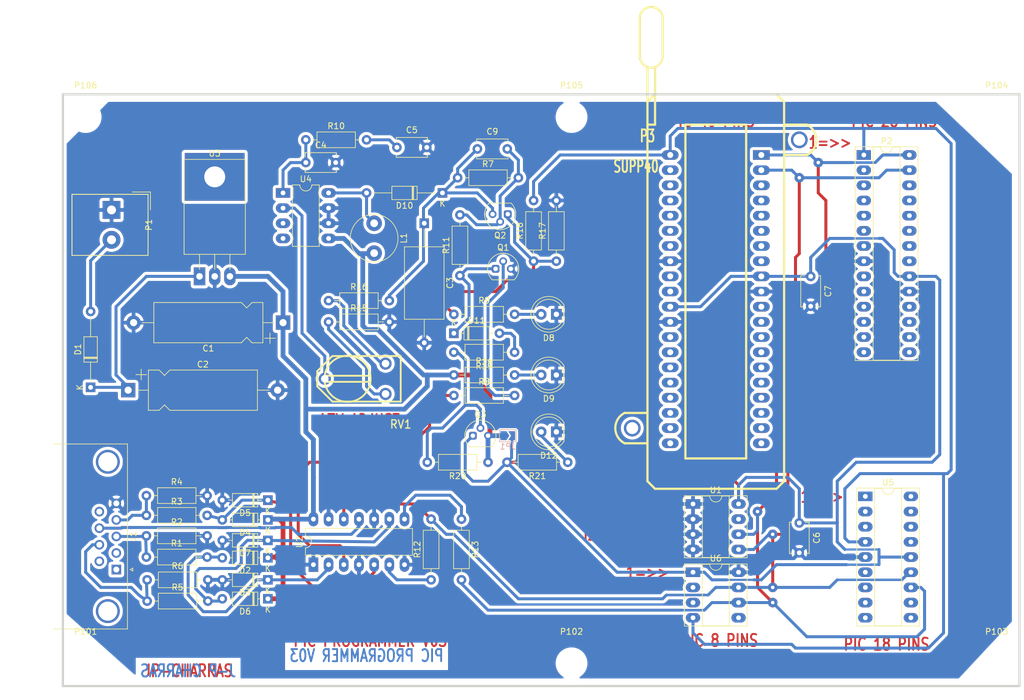
<source format=kicad_pcb>
(kicad_pcb (version 20200119) (host pcbnew "(5.99.0-1302-g5143f8767)")
  (title_block (title "SERIAL PIC PROGRAMMER"))
  (layers (0 "top_layer" signal) (31 "bottom_layer" signal) (34 "B.Paste" user) (35 "F.Paste" user) (36 "B.SilkS" user) (37 "F.SilkS" user) (38 "B.Mask" user) (39 "F.Mask" user) (44 "Edge.Cuts" user))
  (net 0 "")
  (net 1 "/PC-CLOCK-OUT")
  (net 2 "GND")
  (net 3 "Net-(C2-Pad1)")
  (net 4 "Net-(C4-Pad1)")
  (net 5 "Net-(C5-Pad1)")
  (net 6 "Net-(C9-Pad2)")
  (net 7 "Net-(D11-Pad1)")
  (net 8 "Net-(D11-Pad2)")
  (net 9 "Net-(Q1-Pad2)")
  (net 10 "Net-(Q3-Pad2)")
  (net 11 "Net-(R12-Pad1)")
  (net 12 "Net-(R13-Pad1)")
  (net 13 "Net-(R15-Pad1)")
  (net 14 "Net-(R16-Pad1)")
  (net 15 "Net-(R8-Pad1)")
  (net 16 "Net-(RV1-Pad2)")
  (net 17 "VCC")
  (net 18 "VPP")
  (net 19 "Net-(D1-Pad2)")
  (net 20 "Net-(D4-Pad2)")
  (net 21 "Net-(D8-Pad2)")
  (net 22 "Net-(D9-Pad2)")
  (net 23 "Net-(D12-Pad2)")
  (net 24 "/VPP/MCLR")
  (net 25 "/CLOCK-RB6")
  (net 26 "/DATA-RB7")
  (net 27 "Net-(D2-Pad2)")
  (net 28 "Net-(D6-Pad2)")
  (net 29 "Net-(D10-Pad2)")
  (net 30 "/VCC_PIC")
  (net 31 "/PC-DATA-IN")
  (net 32 "/PC-DATA-OUT")
  (net 33 "/VPP_ON")
  (net 34 "Net-(Q2-Pad1)")
  (module "Connector_Dsub:DSUB-9_Female_Horizontal_P2.77x2.84mm_EdgePinOffset7.70mm_Housed_MountingHolesOffset9.12mm" (layer "top_layer") (at 82.6 120.2 -90)
    (fp_text reference "J1" (at -5.54 -2.8 -90) (layer "F.SilkS"))
    (fp_text value "DB9-FEMAL")
    (pad "0" thru_hole circle (at 6.96 1.42 270) (size 4 4) (drill 3.2) (layers *.Cu *.Mask))
    (pad "0" thru_hole circle (at -18.04 1.42 270) (size 4 4) (drill 3.2) (layers *.Cu *.Mask))
    (pad "9" thru_hole circle (at -9.695 2.84 270) (size 1.6 1.6) (drill 1) (layers *.Cu *.Mask))
    (pad "8" thru_hole circle (at -6.925 2.84 270) (size 1.6 1.6) (drill 1) (layers *.Cu *.Mask) (net 31 "/PC-DATA-IN"))
    (pad "7" thru_hole circle (at -4.155 2.84 270) (size 1.6 1.6) (drill 1) (layers *.Cu *.Mask) (net 1 "/PC-CLOCK-OUT"))
    (pad "6" thru_hole circle (at -1.385 2.84 270) (size 1.6 1.6) (drill 1) (layers *.Cu *.Mask))
    (pad "5" thru_hole circle (at -11.08 0 270) (size 1.6 1.6) (drill 1) (layers *.Cu *.Mask) (net 2 "GND"))
    (pad "4" thru_hole circle (at -8.31 0 270) (size 1.6 1.6) (drill 1) (layers *.Cu *.Mask) (net 32 "/PC-DATA-OUT"))
    (pad "3" thru_hole circle (at -5.54 0 270) (size 1.6 1.6) (drill 1) (layers *.Cu *.Mask) (net 33 "/VPP_ON"))
    (pad "2" thru_hole circle (at -2.77 0 270) (size 1.6 1.6) (drill 1) (layers *.Cu *.Mask))
    (pad "1" thru_hole rect (at 0 0 270) (size 1.6 1.6) (drill 1) (layers *.Cu *.Mask))
  )
  (module "Package_TO_SOT_THT:TO-92" (layer "top_layer") (at 142.24 97.79)
    (fp_text reference "Q3" (at 1.27 -3.56) (layer "F.SilkS"))
    (fp_text value "BC307")
    (pad "1" thru_hole roundrect (at 0 0 90) (size 1.3 1.3) (drill 0.75) (layers *.Cu *.Mask) (net 30 "/VCC_PIC"))
    (pad "3" thru_hole circle (at 2.54 0 90) (size 1.3 1.3) (drill 0.75) (layers *.Cu *.Mask) (net 17 "VCC"))
    (pad "2" thru_hole circle (at 1.27 -1.27 90) (size 1.3 1.3) (drill 0.75) (layers *.Cu *.Mask) (net 10 "Net-(Q3-Pad2)"))
  )
  (module "Package_TO_SOT_THT:TO-92" (layer "top_layer") (at 148.082 60.706 180)
    (fp_text reference "Q2" (at 1.27 -3.56) (layer "F.SilkS"))
    (fp_text value "BC307")
    (pad "1" thru_hole roundrect (at 0 0 270) (size 1.3 1.3) (drill 0.75) (layers *.Cu *.Mask) (net 34 "Net-(Q2-Pad1)"))
    (pad "3" thru_hole circle (at 2.54 0 270) (size 1.3 1.3) (drill 0.75) (layers *.Cu *.Mask) (net 18 "VPP"))
    (pad "2" thru_hole circle (at 1.27 -1.27 270) (size 1.3 1.3) (drill 0.75) (layers *.Cu *.Mask) (net 6 "Net-(C9-Pad2)"))
  )
  (module "Package_TO_SOT_THT:TO-92" (layer "top_layer") (at 146.05 69.85)
    (fp_text reference "Q1" (at 1.27 -3.56) (layer "F.SilkS"))
    (fp_text value "BC237")
    (pad "1" thru_hole roundrect (at 0 0 90) (size 1.3 1.3) (drill 0.75) (layers *.Cu *.Mask) (net 7 "Net-(D11-Pad1)"))
    (pad "3" thru_hole circle (at 2.54 0 90) (size 1.3 1.3) (drill 0.75) (layers *.Cu *.Mask) (net 2 "GND"))
    (pad "2" thru_hole circle (at 1.27 -1.27 90) (size 1.3 1.3) (drill 0.75) (layers *.Cu *.Mask) (net 9 "Net-(Q1-Pad2)"))
  )
  (module "footprints:RV2X4" (layer "top_layer") (at 127.635 90.805 180)
    (fp_text reference "RV1" (at -2.54 -5.08 180) (layer "F.SilkS") (effects (font (size 1.397 1.27) (thickness 0.2032))))
    (fp_text value "1K")
    (pad "3" thru_hole circle (at 0 5.08 180) (size 2.032 2.032) (drill 1.27) (layers *.Cu *.Mask) (net 14 "Net-(R16-Pad1)"))
    (pad "2" thru_hole circle (at 10.16 2.54 180) (size 2.032 2.032) (drill 1.27) (layers *.Cu *.Mask) (net 16 "Net-(RV1-Pad2)"))
    (pad "1" thru_hole circle (at 0 0 180) (size 2.032 2.032) (drill 1.27) (layers *.Cu *.Mask) (net 13 "Net-(R15-Pad1)"))
  )
  (module "footprints:40tex-Ell600" (layer "top_layer") (at 175.26 50.8)
    (fp_text reference "P3" (at -3.81 -3.175 180) (layer "F.SilkS") (effects (font (size 2.032 1.27) (thickness 0.3048))))
    (fp_text value "SUPP40" (at -5.715 1.905 180) (layer "F.SilkS") (effects (font (size 2.032 1.27) (thickness 0.3048))))
    (pad "HOLE" thru_hole circle (at -6.35 45.72 270) (size 2.8 2.8) (drill 2) (layers *.Cu *.Mask))
    (pad "HOLE" thru_hole circle (at 21.59 -2.54 270) (size 2.8 2.8) (drill 2) (layers *.Cu *.Mask))
    (pad "40" thru_hole rect (at 15.24 0 270) (size 1.6 2.8) (drill 1) (layers *.Cu *.Mask) (net 26 "/DATA-RB7"))
    (pad "39" thru_hole oval (at 15.24 2.54 270) (size 1.6 2.8) (drill 1) (layers *.Cu *.Mask) (net 25 "/CLOCK-RB6"))
    (pad "38" thru_hole oval (at 15.24 5.08 270) (size 1.6 2.8) (drill 1) (layers *.Cu *.Mask))
    (pad "37" thru_hole oval (at 15.24 7.62 270) (size 1.6 2.8) (drill 1) (layers *.Cu *.Mask))
    (pad "36" thru_hole oval (at 15.24 10.16 270) (size 1.6 2.8) (drill 1) (layers *.Cu *.Mask))
    (pad "35" thru_hole oval (at 15.24 12.7 270) (size 1.6 2.8) (drill 1) (layers *.Cu *.Mask))
    (pad "34" thru_hole oval (at 15.24 15.24 270) (size 1.6 2.8) (drill 1) (layers *.Cu *.Mask))
    (pad "33" thru_hole oval (at 15.24 17.78 270) (size 1.6 2.8) (drill 1) (layers *.Cu *.Mask))
    (pad "32" thru_hole oval (at 15.24 20.32 270) (size 1.6 2.8) (drill 1) (layers *.Cu *.Mask) (net 30 "/VCC_PIC"))
    (pad "31" thru_hole oval (at 15.24 22.86 270) (size 1.6 2.8) (drill 1) (layers *.Cu *.Mask) (net 2 "GND"))
    (pad "30" thru_hole oval (at 15.24 25.4 270) (size 1.6 2.8) (drill 1) (layers *.Cu *.Mask))
    (pad "29" thru_hole oval (at 15.24 27.94 270) (size 1.6 2.8) (drill 1) (layers *.Cu *.Mask))
    (pad "28" thru_hole oval (at 15.24 30.48 270) (size 1.6 2.8) (drill 1) (layers *.Cu *.Mask))
    (pad "27" thru_hole oval (at 15.24 33.02 270) (size 1.6 2.8) (drill 1) (layers *.Cu *.Mask))
    (pad "26" thru_hole oval (at 15.24 35.56 270) (size 1.6 2.8) (drill 1) (layers *.Cu *.Mask))
    (pad "25" thru_hole oval (at 15.24 38.1 270) (size 1.6 2.8) (drill 1) (layers *.Cu *.Mask))
    (pad "24" thru_hole oval (at 15.24 40.64 270) (size 1.6 2.8) (drill 1) (layers *.Cu *.Mask))
    (pad "23" thru_hole oval (at 15.24 43.18 270) (size 1.6 2.8) (drill 1) (layers *.Cu *.Mask))
    (pad "22" thru_hole oval (at 15.24 45.72 270) (size 1.6 2.8) (drill 1) (layers *.Cu *.Mask))
    (pad "21" thru_hole oval (at 15.24 48.26 270) (size 1.6 2.8) (drill 1) (layers *.Cu *.Mask))
    (pad "20" thru_hole oval (at 0 48.26 270) (size 1.6 2.8) (drill 1) (layers *.Cu *.Mask))
    (pad "19" thru_hole oval (at 0 45.72 270) (size 1.6 2.8) (drill 1) (layers *.Cu *.Mask))
    (pad "18" thru_hole oval (at 0 43.18 270) (size 1.6 2.8) (drill 1) (layers *.Cu *.Mask))
    (pad "17" thru_hole oval (at 0 40.64 270) (size 1.6 2.8) (drill 1) (layers *.Cu *.Mask))
    (pad "16" thru_hole oval (at 0 38.1 270) (size 1.6 2.8) (drill 1) (layers *.Cu *.Mask))
    (pad "15" thru_hole oval (at 0 35.56 270) (size 1.6 2.8) (drill 1) (layers *.Cu *.Mask))
    (pad "14" thru_hole oval (at 0 33.02 270) (size 1.6 2.8) (drill 1) (layers *.Cu *.Mask))
    (pad "13" thru_hole oval (at 0 30.48 270) (size 1.6 2.8) (drill 1) (layers *.Cu *.Mask))
    (pad "12" thru_hole oval (at 0 27.94 270) (size 1.6 2.8) (drill 1) (layers *.Cu *.Mask) (net 2 "GND"))
    (pad "11" thru_hole oval (at 0 25.4 270) (size 1.6 2.8) (drill 1) (layers *.Cu *.Mask) (net 30 "/VCC_PIC"))
    (pad "10" thru_hole oval (at 0 22.86 270) (size 1.6 2.8) (drill 1) (layers *.Cu *.Mask))
    (pad "9" thru_hole oval (at 0 20.32 270) (size 1.6 2.8) (drill 1) (layers *.Cu *.Mask))
    (pad "8" thru_hole oval (at 0 17.78 270) (size 1.6 2.8) (drill 1) (layers *.Cu *.Mask) (net 2 "GND"))
    (pad "7" thru_hole oval (at 0 15.24 270) (size 1.6 2.8) (drill 1) (layers *.Cu *.Mask))
    (pad "6" thru_hole oval (at 0 12.7 270) (size 1.6 2.8) (drill 1) (layers *.Cu *.Mask))
    (pad "5" thru_hole oval (at 0 10.16 270) (size 1.6 2.8) (drill 1) (layers *.Cu *.Mask))
    (pad "4" thru_hole oval (at 0 7.62 270) (size 1.6 2.8) (drill 1) (layers *.Cu *.Mask))
    (pad "3" thru_hole oval (at 0 5.08 270) (size 1.6 2.8) (drill 1) (layers *.Cu *.Mask))
    (pad "2" thru_hole oval (at 0 2.54 270) (size 1.6 2.8) (drill 1) (layers *.Cu *.Mask))
    (pad "1" thru_hole oval (at 0 0 270) (size 1.6 2.8) (drill 1) (layers *.Cu *.Mask) (net 24 "/VPP/MCLR"))
  )
  (module "TerminalBlock_Altech:Altech_AK300_1x02_P5.00mm_45-Degree" (layer "top_layer") (at 81.8 60 -90)
    (fp_text reference "P1" (at 2.5 -6.26 -90) (layer "F.SilkS"))
    (fp_text value "CONN_2")
    (pad "2" thru_hole circle (at 5 0 270) (size 3 3) (drill 1.5) (layers *.Cu *.Mask) (net 19 "Net-(D1-Pad2)"))
    (pad "1" thru_hole rect (at 0 0 270) (size 3 3) (drill 1.5) (layers *.Cu *.Mask) (net 2 "GND"))
  )
  (module "MountingHole:MountingHole_4.3mm_M4" (layer "top_layer") (at 229.87 44.45)
    (fp_text reference "P104" (at 0 -5.3) (layer "F.SilkS"))
    (fp_text value "CONN_1")
    (pad "" np_thru_hole circle (at 0 0) (size 4.3 4.3) (drill 4.3) (layers *.Cu *.Mask))
  )
  (module "MountingHole:MountingHole_4.3mm_M4" (layer "top_layer") (at 77.47 135.89)
    (fp_text reference "P101" (at 0 -5.3) (layer "F.SilkS"))
    (fp_text value "CONN_1")
    (pad "" np_thru_hole circle (at 0 0) (size 4.3 4.3) (drill 4.3) (layers *.Cu *.Mask))
  )
  (module "MountingHole:MountingHole_4.3mm_M4" (layer "top_layer") (at 158.75 135.89)
    (fp_text reference "P102" (at 0 -5.3) (layer "F.SilkS"))
    (fp_text value "CONN_1")
    (pad "" np_thru_hole circle (at 0 0) (size 4.3 4.3) (drill 4.3) (layers *.Cu *.Mask))
  )
  (module "MountingHole:MountingHole_4.3mm_M4" (layer "top_layer") (at 229.87 135.89)
    (fp_text reference "P103" (at 0 -5.3) (layer "F.SilkS"))
    (fp_text value "CONN_1")
    (pad "" np_thru_hole circle (at 0 0) (size 4.3 4.3) (drill 4.3) (layers *.Cu *.Mask))
  )
  (module "MountingHole:MountingHole_4.3mm_M4" (layer "top_layer") (at 158.75 44.45)
    (fp_text reference "P105" (at 0 -5.3) (layer "F.SilkS"))
    (fp_text value "CONN_1")
    (pad "" np_thru_hole circle (at 0 0) (size 4.3 4.3) (drill 4.3) (layers *.Cu *.Mask))
  )
  (module "MountingHole:MountingHole_4.3mm_M4" (layer "top_layer") (at 77.47 44.45)
    (fp_text reference "P106" (at 0 -5.3) (layer "F.SilkS"))
    (fp_text value "CONN_1")
    (pad "" np_thru_hole circle (at 0 0) (size 4.3 4.3) (drill 4.3) (layers *.Cu *.Mask))
  )
  (module "Jumper:SolderJumper-2_P1.3mm_Open_TrianglePad1.0x1.5mm" (layer "bottom_layer") (at 148.082 97.79)
    (fp_text reference "JP1" (at 0 1.8) (layer "B.SilkS") (effects (justify mirror)))
    (fp_text value "JUMPER")
    (pad "1" smd custom (at -0.725 0) (size 0.3 0.3) (layers "bottom_layer" "B.Mask") (net 17 "VCC") (options (clearance outline) (anchor rect)) (primitives (gr_poly (pts (xy -0.5 0.75) (xy 0.5 0.75) (xy 1 0) (xy 0.5 -0.75) (xy -0.5 -0.75)) (width 0))))
    (pad "2" smd custom (at 0.725 0) (size 0.3 0.3) (layers "bottom_layer" "B.Mask") (net 30 "/VCC_PIC") (options (clearance outline) (anchor rect)) (primitives (gr_poly (pts (xy -0.65 0.75) (xy 0.5 0.75) (xy 0.5 -0.75) (xy -0.65 -0.75) (xy -0.15 0)) (width 0))))
  )
  (module "Package_TO_SOT_THT:TO-220-3_Horizontal_TabDown" (layer "top_layer") (at 96.52 71.12)
    (fp_text reference "U3" (at 2.54 -20.58) (layer "F.SilkS"))
    (fp_text value "7805")
    (pad "3" thru_hole oval (at 5.08 0) (size 1.905 3) (drill 1.1) (layers *.Cu *.Mask) (net 17 "VCC"))
    (pad "2" thru_hole oval (at 2.54 0) (size 1.905 3) (drill 1.1) (layers *.Cu *.Mask) (net 2 "GND"))
    (pad "1" thru_hole rect (at 0 0) (size 1.905 3) (drill 1.1) (layers *.Cu *.Mask) (net 3 "Net-(C2-Pad1)"))
    (pad "" thru_hole rect (at 2.54 -16.66) (size 10 8) (drill 3.5) (layers *.Cu *.Mask))
  )
  (module "Inductor_THT:L_Radial_D7.8mm_P5.00mm_Fastron_07HCP" (layer "top_layer") (at 125.73 62.23 -90)
    (fp_text reference "L1" (at 2.5 -4.96 -90) (layer "F.SilkS"))
    (fp_text value "22uH")
    (pad "2" thru_hole circle (at 5 0 270) (size 2.6 2.6) (drill 1.3) (layers *.Cu *.Mask) (net 17 "VCC"))
    (pad "1" thru_hole circle (at 0 0 270) (size 2.6 2.6) (drill 1.3) (layers *.Cu *.Mask) (net 29 "Net-(D10-Pad2)"))
  )
  (module "LED_THT:LED_D5.0mm" (layer "top_layer") (at 156.21 97.155 180)
    (fp_text reference "D12" (at 1.27 -3.96 180) (layer "F.SilkS"))
    (fp_text value "YELLOW-LED")
    (pad "2" thru_hole circle (at 2.54 0 180) (size 1.8 1.8) (drill 0.9) (layers *.Cu *.Mask) (net 23 "Net-(D12-Pad2)"))
    (pad "1" thru_hole rect (at 0 0 180) (size 1.8 1.8) (drill 0.9) (layers *.Cu *.Mask) (net 2 "GND"))
  )
  (module "LED_THT:LED_D5.0mm" (layer "top_layer") (at 156.21 87.63 180)
    (fp_text reference "D9" (at 1.27 -3.96 180) (layer "F.SilkS"))
    (fp_text value "GREEN-LED")
    (pad "2" thru_hole circle (at 2.54 0 180) (size 1.8 1.8) (drill 0.9) (layers *.Cu *.Mask) (net 22 "Net-(D9-Pad2)"))
    (pad "1" thru_hole rect (at 0 0 180) (size 1.8 1.8) (drill 0.9) (layers *.Cu *.Mask) (net 2 "GND"))
  )
  (module "LED_THT:LED_D5.0mm" (layer "top_layer") (at 156.21 77.47 180)
    (fp_text reference "D8" (at 1.27 -3.96 180) (layer "F.SilkS"))
    (fp_text value "RED-LED")
    (pad "2" thru_hole circle (at 2.54 0 180) (size 1.8 1.8) (drill 0.9) (layers *.Cu *.Mask) (net 21 "Net-(D8-Pad2)"))
    (pad "1" thru_hole rect (at 0 0 180) (size 1.8 1.8) (drill 0.9) (layers *.Cu *.Mask) (net 2 "GND"))
  )
  (module "Capacitor_THT:CP_Axial_L18.0mm_D6.5mm_P25.00mm_Horizontal" (layer "top_layer") (at 84.582 90.17)
    (fp_text reference "C2" (at 12.5 -4.31) (layer "F.SilkS"))
    (fp_text value "220uF")
    (pad "2" thru_hole oval (at 25 0) (size 2.4 2.4) (drill 1.2) (layers *.Cu *.Mask) (net 2 "GND"))
    (pad "1" thru_hole rect (at 0 0) (size 2.4 2.4) (drill 1.2) (layers *.Cu *.Mask) (net 3 "Net-(C2-Pad1)"))
  )
  (module "Capacitor_THT:CP_Axial_L18.0mm_D6.5mm_P25.00mm_Horizontal" (layer "top_layer") (at 110.49 78.867 180)
    (fp_text reference "C1" (at 12.5 -4.31 180) (layer "F.SilkS"))
    (fp_text value "100µF")
    (pad "2" thru_hole oval (at 25 0 180) (size 2.4 2.4) (drill 1.2) (layers *.Cu *.Mask) (net 2 "GND"))
    (pad "1" thru_hole rect (at 0 0 180) (size 2.4 2.4) (drill 1.2) (layers *.Cu *.Mask) (net 17 "VCC"))
  )
  (module "Resistor_THT:R_Axial_DIN0207_L6.3mm_D2.5mm_P10.16mm_Horizontal" (layer "top_layer") (at 135.255 121.92 90)
    (fp_text reference "R12" (at 5.08 -2.31 90) (layer "F.SilkS"))
    (fp_text value "470")
    (pad "2" thru_hole oval (at 10.16 0 90) (size 1.6 1.6) (drill 0.8) (layers *.Cu *.Mask) (net 26 "/DATA-RB7"))
    (pad "1" thru_hole circle (at 0 0 90) (size 1.6 1.6) (drill 0.8) (layers *.Cu *.Mask) (net 11 "Net-(R12-Pad1)"))
  )
  (module "Resistor_THT:R_Axial_DIN0207_L6.3mm_D2.5mm_P10.16mm_Horizontal" (layer "top_layer") (at 139.065 91.059)
    (fp_text reference "R8" (at 5.08 -2.31) (layer "F.SilkS"))
    (fp_text value "1K")
    (pad "2" thru_hole oval (at 10.16 0) (size 1.6 1.6) (drill 0.8) (layers *.Cu *.Mask) (net 9 "Net-(Q1-Pad2)"))
    (pad "1" thru_hole circle (at 0 0) (size 1.6 1.6) (drill 0.8) (layers *.Cu *.Mask) (net 15 "Net-(R8-Pad1)"))
  )
  (module "Resistor_THT:R_Axial_DIN0207_L6.3mm_D2.5mm_P10.16mm_Horizontal" (layer "top_layer") (at 140.335 111.76 -90)
    (fp_text reference "R13" (at 5.08 -2.31 -90) (layer "F.SilkS"))
    (fp_text value "470")
    (pad "2" thru_hole oval (at 10.16 0 270) (size 1.6 1.6) (drill 0.8) (layers *.Cu *.Mask) (net 25 "/CLOCK-RB6"))
    (pad "1" thru_hole circle (at 0 0 270) (size 1.6 1.6) (drill 0.8) (layers *.Cu *.Mask) (net 12 "Net-(R13-Pad1)"))
  )
  (module "Resistor_THT:R_Axial_DIN0207_L6.3mm_D2.5mm_P10.16mm_Horizontal" (layer "top_layer") (at 139.065 87.63)
    (fp_text reference "R14" (at 5.08 -2.31) (layer "F.SilkS"))
    (fp_text value "470")
    (pad "2" thru_hole oval (at 10.16 0) (size 1.6 1.6) (drill 0.8) (layers *.Cu *.Mask) (net 22 "Net-(D9-Pad2)"))
    (pad "1" thru_hole circle (at 0 0) (size 1.6 1.6) (drill 0.8) (layers *.Cu *.Mask) (net 17 "VCC"))
  )
  (module "Resistor_THT:R_Axial_DIN0207_L6.3mm_D2.5mm_P10.16mm_Horizontal" (layer "top_layer") (at 118.11 78.74)
    (fp_text reference "R15" (at 5.08 -2.31) (layer "F.SilkS"))
    (fp_text value "6.2K")
    (pad "2" thru_hole oval (at 10.16 0) (size 1.6 1.6) (drill 0.8) (layers *.Cu *.Mask) (net 2 "GND"))
    (pad "1" thru_hole circle (at 0 0) (size 1.6 1.6) (drill 0.8) (layers *.Cu *.Mask) (net 13 "Net-(R15-Pad1)"))
  )
  (module "Resistor_THT:R_Axial_DIN0207_L6.3mm_D2.5mm_P10.16mm_Horizontal" (layer "top_layer") (at 118.11 75.184)
    (fp_text reference "R16" (at 5.08 -2.31) (layer "F.SilkS"))
    (fp_text value "62K")
    (pad "2" thru_hole oval (at 10.16 0) (size 1.6 1.6) (drill 0.8) (layers *.Cu *.Mask) (net 18 "VPP"))
    (pad "1" thru_hole circle (at 0 0) (size 1.6 1.6) (drill 0.8) (layers *.Cu *.Mask) (net 14 "Net-(R16-Pad1)"))
  )
  (module "Resistor_THT:R_Axial_DIN0207_L6.3mm_D2.5mm_P10.16mm_Horizontal" (layer "top_layer") (at 156.21 68.58 90)
    (fp_text reference "R17" (at 5.08 -2.31 90) (layer "F.SilkS"))
    (fp_text value "22K")
    (pad "2" thru_hole oval (at 10.16 0 90) (size 1.6 1.6) (drill 0.8) (layers *.Cu *.Mask) (net 2 "GND"))
    (pad "1" thru_hole circle (at 0 0 90) (size 1.6 1.6) (drill 0.8) (layers *.Cu *.Mask) (net 34 "Net-(Q2-Pad1)"))
  )
  (module "Resistor_THT:R_Axial_DIN0207_L6.3mm_D2.5mm_P10.16mm_Horizontal" (layer "top_layer") (at 149.225 83.82 180)
    (fp_text reference "R19" (at 5.08 -2.31 180) (layer "F.SilkS"))
    (fp_text value "2.2K")
    (pad "2" thru_hole oval (at 10.16 0 180) (size 1.6 1.6) (drill 0.8) (layers *.Cu *.Mask) (net 10 "Net-(Q3-Pad2)"))
    (pad "1" thru_hole circle (at 0 0 180) (size 1.6 1.6) (drill 0.8) (layers *.Cu *.Mask) (net 8 "Net-(D11-Pad2)"))
  )
  (module "Resistor_THT:R_Axial_DIN0207_L6.3mm_D2.5mm_P10.16mm_Horizontal" (layer "top_layer") (at 144.78 102.235 180)
    (fp_text reference "R20" (at 5.08 -2.31 180) (layer "F.SilkS"))
    (fp_text value "2.2K")
    (pad "2" thru_hole oval (at 10.16 0 180) (size 1.6 1.6) (drill 0.8) (layers *.Cu *.Mask) (net 10 "Net-(Q3-Pad2)"))
    (pad "1" thru_hole circle (at 0 0 180) (size 1.6 1.6) (drill 0.8) (layers *.Cu *.Mask) (net 17 "VCC"))
  )
  (module "Resistor_THT:R_Axial_DIN0207_L6.3mm_D2.5mm_P10.16mm_Horizontal" (layer "top_layer") (at 158.115 102.235 180)
    (fp_text reference "R21" (at 5.08 -2.31 180) (layer "F.SilkS"))
    (fp_text value "470")
    (pad "2" thru_hole oval (at 10.16 0 180) (size 1.6 1.6) (drill 0.8) (layers *.Cu *.Mask) (net 30 "/VCC_PIC"))
    (pad "1" thru_hole circle (at 0 0 180) (size 1.6 1.6) (drill 0.8) (layers *.Cu *.Mask) (net 23 "Net-(D12-Pad2)"))
  )
  (module "Resistor_THT:R_Axial_DIN0207_L6.3mm_D2.5mm_P10.16mm_Horizontal" (layer "top_layer") (at 87.757 121.92)
    (fp_text reference "R6" (at 5.08 -2.31) (layer "F.SilkS"))
    (fp_text value "10K")
    (pad "2" thru_hole oval (at 10.16 0) (size 1.6 1.6) (drill 0.8) (layers *.Cu *.Mask) (net 2 "GND"))
    (pad "1" thru_hole circle (at 0 0) (size 1.6 1.6) (drill 0.8) (layers *.Cu *.Mask) (net 1 "/PC-CLOCK-OUT"))
  )
  (module "Resistor_THT:R_Axial_DIN0207_L6.3mm_D2.5mm_P10.16mm_Horizontal" (layer "top_layer") (at 139.7 54.61)
    (fp_text reference "R7" (at 5.08 -2.31) (layer "F.SilkS"))
    (fp_text value "10K")
    (pad "2" thru_hole oval (at 10.16 0) (size 1.6 1.6) (drill 0.8) (layers *.Cu *.Mask) (net 6 "Net-(C9-Pad2)"))
    (pad "1" thru_hole circle (at 0 0) (size 1.6 1.6) (drill 0.8) (layers *.Cu *.Mask) (net 18 "VPP"))
  )
  (module "Resistor_THT:R_Axial_DIN0207_L6.3mm_D2.5mm_P10.16mm_Horizontal" (layer "top_layer") (at 87.757 125.476)
    (fp_text reference "R5" (at 5.08 -2.31) (layer "F.SilkS"))
    (fp_text value "10K")
    (pad "2" thru_hole oval (at 10.16 0) (size 1.6 1.6) (drill 0.8) (layers *.Cu *.Mask) (net 28 "Net-(D6-Pad2)"))
    (pad "1" thru_hole circle (at 0 0) (size 1.6 1.6) (drill 0.8) (layers *.Cu *.Mask) (net 1 "/PC-CLOCK-OUT"))
  )
  (module "Resistor_THT:R_Axial_DIN0207_L6.3mm_D2.5mm_P10.16mm_Horizontal" (layer "top_layer") (at 87.63 107.823)
    (fp_text reference "R4" (at 5.08 -2.31) (layer "F.SilkS"))
    (fp_text value "10K")
    (pad "2" thru_hole oval (at 10.16 0) (size 1.6 1.6) (drill 0.8) (layers *.Cu *.Mask) (net 2 "GND"))
    (pad "1" thru_hole circle (at 0 0) (size 1.6 1.6) (drill 0.8) (layers *.Cu *.Mask) (net 32 "/PC-DATA-OUT"))
  )
  (module "Resistor_THT:R_Axial_DIN0207_L6.3mm_D2.5mm_P10.16mm_Horizontal" (layer "top_layer") (at 87.63 111.125)
    (fp_text reference "R3" (at 5.08 -2.31) (layer "F.SilkS"))
    (fp_text value "10K")
    (pad "2" thru_hole oval (at 10.16 0) (size 1.6 1.6) (drill 0.8) (layers *.Cu *.Mask) (net 20 "Net-(D4-Pad2)"))
    (pad "1" thru_hole circle (at 0 0) (size 1.6 1.6) (drill 0.8) (layers *.Cu *.Mask) (net 32 "/PC-DATA-OUT"))
  )
  (module "Resistor_THT:R_Axial_DIN0207_L6.3mm_D2.5mm_P10.16mm_Horizontal" (layer "top_layer") (at 87.63 114.554)
    (fp_text reference "R2" (at 5.08 -2.31) (layer "F.SilkS"))
    (fp_text value "10K")
    (pad "2" thru_hole oval (at 10.16 0) (size 1.6 1.6) (drill 0.8) (layers *.Cu *.Mask) (net 2 "GND"))
    (pad "1" thru_hole circle (at 0 0) (size 1.6 1.6) (drill 0.8) (layers *.Cu *.Mask) (net 33 "/VPP_ON"))
  )
  (module "Resistor_THT:R_Axial_DIN0207_L6.3mm_D2.5mm_P10.16mm_Horizontal" (layer "top_layer") (at 87.63 118.11)
    (fp_text reference "R1" (at 5.08 -2.31) (layer "F.SilkS"))
    (fp_text value "10K")
    (pad "2" thru_hole oval (at 10.16 0) (size 1.6 1.6) (drill 0.8) (layers *.Cu *.Mask) (net 27 "Net-(D2-Pad2)"))
    (pad "1" thru_hole circle (at 0 0) (size 1.6 1.6) (drill 0.8) (layers *.Cu *.Mask) (net 33 "/VPP_ON"))
  )
  (module "Resistor_THT:R_Axial_DIN0207_L6.3mm_D2.5mm_P10.16mm_Horizontal" (layer "top_layer") (at 139.065 77.47)
    (fp_text reference "R9" (at 5.08 -2.31) (layer "F.SilkS"))
    (fp_text value "2.2K")
    (pad "2" thru_hole oval (at 10.16 0) (size 1.6 1.6) (drill 0.8) (layers *.Cu *.Mask) (net 21 "Net-(D8-Pad2)"))
    (pad "1" thru_hole circle (at 0 0) (size 1.6 1.6) (drill 0.8) (layers *.Cu *.Mask) (net 34 "Net-(Q2-Pad1)"))
  )
  (module "Resistor_THT:R_Axial_DIN0207_L6.3mm_D2.5mm_P10.16mm_Horizontal" (layer "top_layer") (at 114.3 48.26)
    (fp_text reference "R10" (at 5.08 -2.31) (layer "F.SilkS"))
    (fp_text value "5,1K")
    (pad "2" thru_hole oval (at 10.16 0) (size 1.6 1.6) (drill 0.8) (layers *.Cu *.Mask) (net 5 "Net-(C5-Pad1)"))
    (pad "1" thru_hole circle (at 0 0) (size 1.6 1.6) (drill 0.8) (layers *.Cu *.Mask) (net 4 "Net-(C4-Pad1)"))
  )
  (module "Resistor_THT:R_Axial_DIN0207_L6.3mm_D2.5mm_P10.16mm_Horizontal" (layer "top_layer") (at 152.4 68.58 90)
    (fp_text reference "R18" (at 5.08 -2.31 90) (layer "F.SilkS"))
    (fp_text value "220")
    (pad "2" thru_hole oval (at 10.16 0 90) (size 1.6 1.6) (drill 0.8) (layers *.Cu *.Mask) (net 24 "/VPP/MCLR"))
    (pad "1" thru_hole circle (at 0 0 90) (size 1.6 1.6) (drill 0.8) (layers *.Cu *.Mask) (net 34 "Net-(Q2-Pad1)"))
  )
  (module "Resistor_THT:R_Axial_DIN0207_L6.3mm_D2.5mm_P10.16mm_Horizontal" (layer "top_layer") (at 140.081 70.993 90)
    (fp_text reference "R11" (at 5.08 -2.31 90) (layer "F.SilkS"))
    (fp_text value "22K")
    (pad "2" thru_hole oval (at 10.16 0 90) (size 1.6 1.6) (drill 0.8) (layers *.Cu *.Mask) (net 6 "Net-(C9-Pad2)"))
    (pad "1" thru_hole circle (at 0 0 90) (size 1.6 1.6) (drill 0.8) (layers *.Cu *.Mask) (net 7 "Net-(D11-Pad1)"))
  )
  (module "Diode_THT:D_DO-35_SOD27_P12.70mm_Horizontal" (layer "top_layer") (at 137.16 57.15 180)
    (fp_text reference "D10" (at 6.35 -2.12 180) (layer "F.SilkS"))
    (fp_text value "SCHOTTKY")
    (fp_text user "K" (at 0 -1.8 180) (layer "F.SilkS"))
    (pad "2" thru_hole oval (at 12.7 0 180) (size 1.6 1.6) (drill 0.8) (layers *.Cu *.Mask) (net 29 "Net-(D10-Pad2)"))
    (pad "1" thru_hole rect (at 0 0 180) (size 1.6 1.6) (drill 0.8) (layers *.Cu *.Mask) (net 18 "VPP"))
  )
  (module "Diode_THT:D_DO-35_SOD27_P12.70mm_Horizontal" (layer "top_layer") (at 78.3 89.7 90)
    (fp_text reference "D1" (at 6.35 -2.12 90) (layer "F.SilkS"))
    (fp_text value "1N4004")
    (fp_text user "K" (at 0 -1.8 90) (layer "F.SilkS"))
    (pad "2" thru_hole oval (at 12.7 0 90) (size 1.6 1.6) (drill 0.8) (layers *.Cu *.Mask) (net 19 "Net-(D1-Pad2)"))
    (pad "1" thru_hole rect (at 0 0 90) (size 1.6 1.6) (drill 0.8) (layers *.Cu *.Mask) (net 3 "Net-(C2-Pad1)"))
  )
  (module "Capacitor_THT:C_Disc_D5.1mm_W3.2mm_P5.00mm" (layer "top_layer") (at 143.002 49.784)
    (fp_text reference "C9" (at 2.5 -2.91) (layer "F.SilkS"))
    (fp_text value "220nF")
    (pad "2" thru_hole circle (at 5 0) (size 1.6 1.6) (drill 0.8) (layers *.Cu *.Mask) (net 6 "Net-(C9-Pad2)"))
    (pad "1" thru_hole circle (at 0 0) (size 1.6 1.6) (drill 0.8) (layers *.Cu *.Mask) (net 18 "VPP"))
  )
  (module "Capacitor_THT:C_Disc_D5.1mm_W3.2mm_P5.00mm" (layer "top_layer") (at 198.755 71.12 -90)
    (fp_text reference "C7" (at 2.5 -2.91 -90) (layer "F.SilkS"))
    (fp_text value "100nF")
    (pad "2" thru_hole circle (at 5 0 270) (size 1.6 1.6) (drill 0.8) (layers *.Cu *.Mask) (net 2 "GND"))
    (pad "1" thru_hole circle (at 0 0 270) (size 1.6 1.6) (drill 0.8) (layers *.Cu *.Mask) (net 30 "/VCC_PIC"))
  )
  (module "Capacitor_THT:C_Disc_D5.1mm_W3.2mm_P5.00mm" (layer "top_layer") (at 196.85 112.395 -90)
    (fp_text reference "C6" (at 2.5 -2.91 -90) (layer "F.SilkS"))
    (fp_text value "100nF")
    (pad "2" thru_hole circle (at 5 0 270) (size 1.6 1.6) (drill 0.8) (layers *.Cu *.Mask) (net 2 "GND"))
    (pad "1" thru_hole circle (at 0 0 270) (size 1.6 1.6) (drill 0.8) (layers *.Cu *.Mask) (net 30 "/VCC_PIC"))
  )
  (module "Capacitor_THT:C_Disc_D5.1mm_W3.2mm_P5.00mm" (layer "top_layer") (at 129.54 49.53)
    (fp_text reference "C5" (at 2.5 -2.91) (layer "F.SilkS"))
    (fp_text value "10nF")
    (pad "2" thru_hole circle (at 5 0) (size 1.6 1.6) (drill 0.8) (layers *.Cu *.Mask) (net 2 "GND"))
    (pad "1" thru_hole circle (at 0 0) (size 1.6 1.6) (drill 0.8) (layers *.Cu *.Mask) (net 5 "Net-(C5-Pad1)"))
  )
  (module "Capacitor_THT:C_Disc_D5.1mm_W3.2mm_P5.00mm" (layer "top_layer") (at 114.3 52.07)
    (fp_text reference "C4" (at 2.5 -2.91) (layer "F.SilkS"))
    (fp_text value "0")
    (pad "2" thru_hole circle (at 5 0) (size 1.6 1.6) (drill 0.8) (layers *.Cu *.Mask) (net 2 "GND"))
    (pad "1" thru_hole circle (at 0 0) (size 1.6 1.6) (drill 0.8) (layers *.Cu *.Mask) (net 4 "Net-(C4-Pad1)"))
  )
  (module "Diode_THT:D_DO-35_SOD27_P7.62mm_Horizontal" (layer "top_layer") (at 107.95 125.095 180)
    (fp_text reference "D6" (at 3.81 -2.12 180) (layer "F.SilkS"))
    (fp_text value "BAT43")
    (fp_text user "K" (at 0 -1.8 180) (layer "F.SilkS"))
    (pad "2" thru_hole oval (at 7.62 0 180) (size 1.6 1.6) (drill 0.8) (layers *.Cu *.Mask) (net 28 "Net-(D6-Pad2)"))
    (pad "1" thru_hole rect (at 0 0 180) (size 1.6 1.6) (drill 0.8) (layers *.Cu *.Mask) (net 17 "VCC"))
  )
  (module "Diode_THT:D_DO-35_SOD27_P7.62mm_Horizontal" (layer "top_layer") (at 107.95 115.316 180)
    (fp_text reference "D7" (at 3.81 -2.12 180) (layer "F.SilkS"))
    (fp_text value "BAT43")
    (fp_text user "K" (at 0 -1.8 180) (layer "F.SilkS"))
    (pad "2" thru_hole oval (at 7.62 0 180) (size 1.6 1.6) (drill 0.8) (layers *.Cu *.Mask) (net 2 "GND"))
    (pad "1" thru_hole rect (at 0 0 180) (size 1.6 1.6) (drill 0.8) (layers *.Cu *.Mask) (net 28 "Net-(D6-Pad2)"))
  )
  (module "Diode_THT:D_DO-35_SOD27_P7.62mm_Horizontal" (layer "top_layer") (at 139.065 80.645)
    (fp_text reference "D11" (at 3.81 -2.12) (layer "F.SilkS"))
    (fp_text value "BAT43")
    (fp_text user "K" (at 0 -1.8) (layer "F.SilkS"))
    (pad "2" thru_hole oval (at 7.62 0) (size 1.6 1.6) (drill 0.8) (layers *.Cu *.Mask) (net 8 "Net-(D11-Pad2)"))
    (pad "1" thru_hole rect (at 0 0) (size 1.6 1.6) (drill 0.8) (layers *.Cu *.Mask) (net 7 "Net-(D11-Pad1)"))
  )
  (module "Diode_THT:D_DO-35_SOD27_P7.62mm_Horizontal" (layer "top_layer") (at 107.95 108.585 180)
    (fp_text reference "D5" (at 3.81 -2.12 180) (layer "F.SilkS"))
    (fp_text value "BAT43")
    (fp_text user "K" (at 0 -1.8 180) (layer "F.SilkS"))
    (pad "2" thru_hole oval (at 7.62 0 180) (size 1.6 1.6) (drill 0.8) (layers *.Cu *.Mask) (net 2 "GND"))
    (pad "1" thru_hole rect (at 0 0 180) (size 1.6 1.6) (drill 0.8) (layers *.Cu *.Mask) (net 20 "Net-(D4-Pad2)"))
  )
  (module "Diode_THT:D_DO-35_SOD27_P7.62mm_Horizontal" (layer "top_layer") (at 107.95 111.887 180)
    (fp_text reference "D4" (at 3.81 -2.12 180) (layer "F.SilkS"))
    (fp_text value "BAT43")
    (fp_text user "K" (at 0 -1.8 180) (layer "F.SilkS"))
    (pad "2" thru_hole oval (at 7.62 0 180) (size 1.6 1.6) (drill 0.8) (layers *.Cu *.Mask) (net 20 "Net-(D4-Pad2)"))
    (pad "1" thru_hole rect (at 0 0 180) (size 1.6 1.6) (drill 0.8) (layers *.Cu *.Mask) (net 17 "VCC"))
  )
  (module "Diode_THT:D_DO-35_SOD27_P7.62mm_Horizontal" (layer "top_layer") (at 107.95 121.92 180)
    (fp_text reference "D3" (at 3.81 -2.12 180) (layer "F.SilkS"))
    (fp_text value "BAT43")
    (fp_text user "K" (at 0 -1.8 180) (layer "F.SilkS"))
    (pad "2" thru_hole oval (at 7.62 0 180) (size 1.6 1.6) (drill 0.8) (layers *.Cu *.Mask) (net 2 "GND"))
    (pad "1" thru_hole rect (at 0 0 180) (size 1.6 1.6) (drill 0.8) (layers *.Cu *.Mask) (net 27 "Net-(D2-Pad2)"))
  )
  (module "Diode_THT:D_DO-35_SOD27_P7.62mm_Horizontal" (layer "top_layer") (at 107.95 118.237 180)
    (fp_text reference "D2" (at 3.81 -2.12 180) (layer "F.SilkS"))
    (fp_text value "BAT43")
    (fp_text user "K" (at 0 -1.8 180) (layer "F.SilkS"))
    (pad "2" thru_hole oval (at 7.62 0 180) (size 1.6 1.6) (drill 0.8) (layers *.Cu *.Mask) (net 27 "Net-(D2-Pad2)"))
    (pad "1" thru_hole rect (at 0 0 180) (size 1.6 1.6) (drill 0.8) (layers *.Cu *.Mask) (net 17 "VCC"))
  )
  (module "Package_DIP:DIP-14_W7.62mm_LongPads" (layer "top_layer") (at 115.57 119.38 90)
    (fp_text reference "U2" (at 3.81 -2.33 90) (layer "F.SilkS"))
    (fp_text value "74HC125")
    (pad "14" thru_hole oval (at 7.62 0 90) (size 2.4 1.6) (drill 0.8) (layers *.Cu *.Mask) (net 17 "VCC"))
    (pad "7" thru_hole oval (at 0 15.24 90) (size 2.4 1.6) (drill 0.8) (layers *.Cu *.Mask) (net 2 "GND"))
    (pad "13" thru_hole oval (at 7.62 2.54 90) (size 2.4 1.6) (drill 0.8) (layers *.Cu *.Mask) (net 2 "GND"))
    (pad "6" thru_hole oval (at 0 12.7 90) (size 2.4 1.6) (drill 0.8) (layers *.Cu *.Mask) (net 11 "Net-(R12-Pad1)"))
    (pad "12" thru_hole oval (at 7.62 5.08 90) (size 2.4 1.6) (drill 0.8) (layers *.Cu *.Mask) (net 26 "/DATA-RB7"))
    (pad "5" thru_hole oval (at 0 10.16 90) (size 2.4 1.6) (drill 0.8) (layers *.Cu *.Mask) (net 20 "Net-(D4-Pad2)"))
    (pad "11" thru_hole oval (at 7.62 7.62 90) (size 2.4 1.6) (drill 0.8) (layers *.Cu *.Mask) (net 31 "/PC-DATA-IN"))
    (pad "4" thru_hole oval (at 0 7.62 90) (size 2.4 1.6) (drill 0.8) (layers *.Cu *.Mask) (net 2 "GND"))
    (pad "10" thru_hole oval (at 7.62 10.16 90) (size 2.4 1.6) (drill 0.8) (layers *.Cu *.Mask) (net 2 "GND"))
    (pad "3" thru_hole oval (at 0 5.08 90) (size 2.4 1.6) (drill 0.8) (layers *.Cu *.Mask) (net 15 "Net-(R8-Pad1)"))
    (pad "9" thru_hole oval (at 7.62 12.7 90) (size 2.4 1.6) (drill 0.8) (layers *.Cu *.Mask) (net 28 "Net-(D6-Pad2)"))
    (pad "2" thru_hole oval (at 0 2.54 90) (size 2.4 1.6) (drill 0.8) (layers *.Cu *.Mask) (net 27 "Net-(D2-Pad2)"))
    (pad "8" thru_hole oval (at 7.62 15.24 90) (size 2.4 1.6) (drill 0.8) (layers *.Cu *.Mask) (net 12 "Net-(R13-Pad1)"))
    (pad "1" thru_hole rect (at 0 0 90) (size 2.4 1.6) (drill 0.8) (layers *.Cu *.Mask) (net 2 "GND"))
  )
  (module "Package_DIP:DIP-18_W7.62mm_Socket_LongPads" (layer "top_layer") (at 207.899 107.95)
    (fp_text reference "U5" (at 3.81 -2.33) (layer "F.SilkS"))
    (fp_text value "PIC_18_PINS")
    (pad "18" thru_hole oval (at 7.62 0) (size 2.4 1.6) (drill 0.8) (layers *.Cu *.Mask))
    (pad "9" thru_hole oval (at 0 20.32) (size 2.4 1.6) (drill 0.8) (layers *.Cu *.Mask))
    (pad "17" thru_hole oval (at 7.62 2.54) (size 2.4 1.6) (drill 0.8) (layers *.Cu *.Mask))
    (pad "8" thru_hole oval (at 0 17.78) (size 2.4 1.6) (drill 0.8) (layers *.Cu *.Mask))
    (pad "16" thru_hole oval (at 7.62 5.08) (size 2.4 1.6) (drill 0.8) (layers *.Cu *.Mask))
    (pad "7" thru_hole oval (at 0 15.24) (size 2.4 1.6) (drill 0.8) (layers *.Cu *.Mask))
    (pad "15" thru_hole oval (at 7.62 7.62) (size 2.4 1.6) (drill 0.8) (layers *.Cu *.Mask))
    (pad "6" thru_hole oval (at 0 12.7) (size 2.4 1.6) (drill 0.8) (layers *.Cu *.Mask))
    (pad "14" thru_hole oval (at 7.62 10.16) (size 2.4 1.6) (drill 0.8) (layers *.Cu *.Mask) (net 30 "/VCC_PIC"))
    (pad "5" thru_hole oval (at 0 10.16) (size 2.4 1.6) (drill 0.8) (layers *.Cu *.Mask) (net 2 "GND"))
    (pad "13" thru_hole oval (at 7.62 12.7) (size 2.4 1.6) (drill 0.8) (layers *.Cu *.Mask) (net 26 "/DATA-RB7"))
    (pad "4" thru_hole oval (at 0 7.62) (size 2.4 1.6) (drill 0.8) (layers *.Cu *.Mask) (net 24 "/VPP/MCLR"))
    (pad "12" thru_hole oval (at 7.62 15.24) (size 2.4 1.6) (drill 0.8) (layers *.Cu *.Mask) (net 25 "/CLOCK-RB6"))
    (pad "3" thru_hole oval (at 0 5.08) (size 2.4 1.6) (drill 0.8) (layers *.Cu *.Mask))
    (pad "11" thru_hole oval (at 7.62 17.78) (size 2.4 1.6) (drill 0.8) (layers *.Cu *.Mask))
    (pad "2" thru_hole oval (at 0 2.54) (size 2.4 1.6) (drill 0.8) (layers *.Cu *.Mask))
    (pad "10" thru_hole oval (at 7.62 20.32) (size 2.4 1.6) (drill 0.8) (layers *.Cu *.Mask))
    (pad "1" thru_hole rect (at 0 0) (size 2.4 1.6) (drill 0.8) (layers *.Cu *.Mask))
  )
  (module "Package_DIP:DIP-28_W7.62mm_Socket_LongPads" (layer "top_layer") (at 207.645 50.8)
    (fp_text reference "P2" (at 3.81 -2.33) (layer "F.SilkS"))
    (fp_text value "SUPP28")
    (pad "28" thru_hole oval (at 7.62 0) (size 2.4 1.6) (drill 0.8) (layers *.Cu *.Mask) (net 26 "/DATA-RB7"))
    (pad "14" thru_hole oval (at 0 33.02) (size 2.4 1.6) (drill 0.8) (layers *.Cu *.Mask))
    (pad "27" thru_hole oval (at 7.62 2.54) (size 2.4 1.6) (drill 0.8) (layers *.Cu *.Mask) (net 25 "/CLOCK-RB6"))
    (pad "13" thru_hole oval (at 0 30.48) (size 2.4 1.6) (drill 0.8) (layers *.Cu *.Mask))
    (pad "26" thru_hole oval (at 7.62 5.08) (size 2.4 1.6) (drill 0.8) (layers *.Cu *.Mask))
    (pad "12" thru_hole oval (at 0 27.94) (size 2.4 1.6) (drill 0.8) (layers *.Cu *.Mask))
    (pad "25" thru_hole oval (at 7.62 7.62) (size 2.4 1.6) (drill 0.8) (layers *.Cu *.Mask))
    (pad "11" thru_hole oval (at 0 25.4) (size 2.4 1.6) (drill 0.8) (layers *.Cu *.Mask))
    (pad "24" thru_hole oval (at 7.62 10.16) (size 2.4 1.6) (drill 0.8) (layers *.Cu *.Mask))
    (pad "10" thru_hole oval (at 0 22.86) (size 2.4 1.6) (drill 0.8) (layers *.Cu *.Mask))
    (pad "23" thru_hole oval (at 7.62 12.7) (size 2.4 1.6) (drill 0.8) (layers *.Cu *.Mask))
    (pad "9" thru_hole oval (at 0 20.32) (size 2.4 1.6) (drill 0.8) (layers *.Cu *.Mask))
    (pad "22" thru_hole oval (at 7.62 15.24) (size 2.4 1.6) (drill 0.8) (layers *.Cu *.Mask))
    (pad "8" thru_hole oval (at 0 17.78) (size 2.4 1.6) (drill 0.8) (layers *.Cu *.Mask) (net 2 "GND"))
    (pad "21" thru_hole oval (at 7.62 17.78) (size 2.4 1.6) (drill 0.8) (layers *.Cu *.Mask))
    (pad "7" thru_hole oval (at 0 15.24) (size 2.4 1.6) (drill 0.8) (layers *.Cu *.Mask))
    (pad "20" thru_hole oval (at 7.62 20.32) (size 2.4 1.6) (drill 0.8) (layers *.Cu *.Mask) (net 30 "/VCC_PIC"))
    (pad "6" thru_hole oval (at 0 12.7) (size 2.4 1.6) (drill 0.8) (layers *.Cu *.Mask))
    (pad "19" thru_hole oval (at 7.62 22.86) (size 2.4 1.6) (drill 0.8) (layers *.Cu *.Mask) (net 2 "GND"))
    (pad "5" thru_hole oval (at 0 10.16) (size 2.4 1.6) (drill 0.8) (layers *.Cu *.Mask))
    (pad "18" thru_hole oval (at 7.62 25.4) (size 2.4 1.6) (drill 0.8) (layers *.Cu *.Mask))
    (pad "4" thru_hole oval (at 0 7.62) (size 2.4 1.6) (drill 0.8) (layers *.Cu *.Mask))
    (pad "17" thru_hole oval (at 7.62 27.94) (size 2.4 1.6) (drill 0.8) (layers *.Cu *.Mask))
    (pad "3" thru_hole oval (at 0 5.08) (size 2.4 1.6) (drill 0.8) (layers *.Cu *.Mask))
    (pad "16" thru_hole oval (at 7.62 30.48) (size 2.4 1.6) (drill 0.8) (layers *.Cu *.Mask))
    (pad "2" thru_hole oval (at 0 2.54) (size 2.4 1.6) (drill 0.8) (layers *.Cu *.Mask))
    (pad "15" thru_hole oval (at 7.62 33.02) (size 2.4 1.6) (drill 0.8) (layers *.Cu *.Mask))
    (pad "1" thru_hole rect (at 0 0) (size 2.4 1.6) (drill 0.8) (layers *.Cu *.Mask) (net 24 "/VPP/MCLR"))
  )
  (module "Package_DIP:DIP-8_W7.62mm_LongPads" (layer "top_layer") (at 110.49 57.15)
    (fp_text reference "U4" (at 3.81 -2.33) (layer "F.SilkS"))
    (fp_text value "LT1373")
    (pad "8" thru_hole oval (at 7.62 0) (size 2.4 1.6) (drill 0.8) (layers *.Cu *.Mask) (net 29 "Net-(D10-Pad2)"))
    (pad "4" thru_hole oval (at 0 7.62) (size 2.4 1.6) (drill 0.8) (layers *.Cu *.Mask))
    (pad "7" thru_hole oval (at 7.62 2.54) (size 2.4 1.6) (drill 0.8) (layers *.Cu *.Mask) (net 2 "GND"))
    (pad "3" thru_hole oval (at 0 5.08) (size 2.4 1.6) (drill 0.8) (layers *.Cu *.Mask))
    (pad "6" thru_hole oval (at 7.62 5.08) (size 2.4 1.6) (drill 0.8) (layers *.Cu *.Mask) (net 2 "GND"))
    (pad "2" thru_hole oval (at 0 2.54) (size 2.4 1.6) (drill 0.8) (layers *.Cu *.Mask) (net 16 "Net-(RV1-Pad2)"))
    (pad "5" thru_hole oval (at 7.62 7.62) (size 2.4 1.6) (drill 0.8) (layers *.Cu *.Mask) (net 17 "VCC"))
    (pad "1" thru_hole rect (at 0 0) (size 2.4 1.6) (drill 0.8) (layers *.Cu *.Mask) (net 4 "Net-(C4-Pad1)"))
  )
  (module "Package_DIP:DIP-8_W7.62mm_Socket_LongPads" (layer "top_layer") (at 179.07 109.22)
    (fp_text reference "U1" (at 3.81 -2.33) (layer "F.SilkS"))
    (fp_text value "24Cxx")
    (pad "8" thru_hole oval (at 7.62 0) (size 2.4 1.6) (drill 0.8) (layers *.Cu *.Mask) (net 30 "/VCC_PIC"))
    (pad "4" thru_hole oval (at 0 7.62) (size 2.4 1.6) (drill 0.8) (layers *.Cu *.Mask) (net 2 "GND"))
    (pad "7" thru_hole oval (at 7.62 2.54) (size 2.4 1.6) (drill 0.8) (layers *.Cu *.Mask))
    (pad "3" thru_hole oval (at 0 5.08) (size 2.4 1.6) (drill 0.8) (layers *.Cu *.Mask) (net 2 "GND"))
    (pad "6" thru_hole oval (at 7.62 5.08) (size 2.4 1.6) (drill 0.8) (layers *.Cu *.Mask) (net 25 "/CLOCK-RB6"))
    (pad "2" thru_hole oval (at 0 2.54) (size 2.4 1.6) (drill 0.8) (layers *.Cu *.Mask) (net 2 "GND"))
    (pad "5" thru_hole oval (at 7.62 7.62) (size 2.4 1.6) (drill 0.8) (layers *.Cu *.Mask) (net 26 "/DATA-RB7"))
    (pad "1" thru_hole rect (at 0 0) (size 2.4 1.6) (drill 0.8) (layers *.Cu *.Mask) (net 2 "GND"))
  )
  (module "Package_DIP:DIP-8_W7.62mm_Socket_LongPads" (layer "top_layer") (at 179.07 120.65)
    (fp_text reference "U6" (at 3.81 -2.33) (layer "F.SilkS"))
    (fp_text value "PIC_8_PINS")
    (pad "8" thru_hole oval (at 7.62 0) (size 2.4 1.6) (drill 0.8) (layers *.Cu *.Mask) (net 2 "GND"))
    (pad "4" thru_hole oval (at 0 7.62) (size 2.4 1.6) (drill 0.8) (layers *.Cu *.Mask) (net 24 "/VPP/MCLR"))
    (pad "7" thru_hole oval (at 7.62 2.54) (size 2.4 1.6) (drill 0.8) (layers *.Cu *.Mask) (net 26 "/DATA-RB7"))
    (pad "3" thru_hole oval (at 0 5.08) (size 2.4 1.6) (drill 0.8) (layers *.Cu *.Mask))
    (pad "6" thru_hole oval (at 7.62 5.08) (size 2.4 1.6) (drill 0.8) (layers *.Cu *.Mask) (net 25 "/CLOCK-RB6"))
    (pad "2" thru_hole oval (at 0 2.54) (size 2.4 1.6) (drill 0.8) (layers *.Cu *.Mask))
    (pad "5" thru_hole oval (at 7.62 7.62) (size 2.4 1.6) (drill 0.8) (layers *.Cu *.Mask))
    (pad "1" thru_hole rect (at 0 0) (size 2.4 1.6) (drill 0.8) (layers *.Cu *.Mask) (net 30 "/VCC_PIC"))
  )
  (module "Capacitors_THT:C_Axial_L12.0mm_D6.5mm_P20.00mm_Horizontal" (layer "top_layer") (at 134.112 62.23 -90)
    (fp_text reference "C3" (at 10 -4.31 -90) (layer "F.SilkS"))
    (fp_text value "22uF/25V")
    (pad "2" thru_hole oval (at 20 0 270) (size 1.6 1.6) (drill 0.8) (layers *.Cu *.Mask) (net 2 "GND"))
    (pad "1" thru_hole rect (at 0 0 270) (size 1.6 1.6) (drill 0.8) (layers *.Cu *.Mask) (net 18 "VPP"))
  )
  (gr_text "VCC ON" (at 162.9 99.1) (layer "top_layer") (effects (font (size 2.032 1.524) (thickness 0.3048))))
  (gr_text "1=>>" (at 200.66 107.95) (layer "top_layer") (effects (font (size 2.032 1.524) (thickness 0.3048))))
  (gr_text "1=>>" (at 171.45 120.65) (layer "top_layer") (effects (font (size 2.032 1.524) (thickness 0.3048))))
  (gr_text "1=>>" (at 171.45 109.22) (layer "top_layer") (effects (font (size 2.032 1.524) (thickness 0.3048))))
  (gr_text "1=>>" (at 202 48.7) (layer "top_layer") (effects (font (size 2.032 1.524) (thickness 0.3048))))
  (gr_text "1=>>" (at 167.64 48.895) (layer "top_layer") (effects (font (size 2.032 1.524) (thickness 0.3048))))
  (gr_text "JP-CHARRAS" (at 94.615 137.16) (layer "top_layer") (effects (font (size 2.032 1.524) (thickness 0.3048))))
  (gr_text "J-P CHARRAS" (at 94.615 137.16) (layer "bottom_layer") (effects (font (size 2.032 1.524) (thickness 0.3048)) (justify mirror)))
  (gr_text "13V ADJUST" (at 123.19 95.25) (layer "top_layer") (effects (font (size 2.032 1.524) (thickness 0.3048))))
  (gr_text "PIC 40 PINS" (at 182.245 45.085) (layer "top_layer") (effects (font (size 2.032 1.524) (thickness 0.3048))))
  (gr_text "PIC 28 PINS" (at 212.725 45.085) (layer "top_layer") (effects (font (size 2.032 1.524) (thickness 0.3048))))
  (gr_text "PIC 18 PINS" (at 211.455 132.715) (layer "top_layer") (effects (font (size 2.032 1.524) (thickness 0.3048))))
  (gr_text "I2C PROM" (at 166.37 114.3) (layer "top_layer") (effects (font (size 2.032 1.524) (thickness 0.3048))))
  (gr_text "PIC 8 PINS" (at 183.515 132.08) (layer "top_layer") (effects (font (size 2.032 1.524) (thickness 0.3048))))
  (gr_text "PWR ON" (at 163.83 88.9) (layer "top_layer") (effects (font (size 2.032 1.524) (thickness 0.3048))))
  (gr_text "VPP ON" (at 163.195 80.645) (layer "top_layer") (effects (font (size 2.032 1.524) (thickness 0.3048))))
  (gr_text "+8/12V" (at 81.5 55.5) (layer "top_layer") (effects (font (size 2.032 1.524) (thickness 0.3048))))
  (gr_text "PIC PROGRAMMER V03" (at 125.095 132.08) (layer "top_layer") (effects (font (size 2.032 1.524) (thickness 0.3048))))
  (gr_text "PIC PROGRAMMER V03" (at 124.46 134.62) (layer "bottom_layer") (effects (font (size 2.032 1.524) (thickness 0.3048)) (justify mirror)))
  (gr_line (start 73.66 139.7) (end 73.66 40.64) (angle 90) (layer "Edge.Cuts") (width 0.381))
  (gr_line (start 233.68 139.7) (end 73.66 139.7) (angle 90) (layer "Edge.Cuts") (width 0.381))
  (gr_line (start 233.68 40.64) (end 233.68 139.7) (angle 90) (layer "Edge.Cuts") (width 0.381))
  (gr_line (start 173.99 40.64) (end 233.68 40.64) (angle 90) (layer "Edge.Cuts") (width 0.381))
  (gr_line (start 73.66 40.64) (end 173.99 40.64) (angle 90) (layer "Edge.Cuts") (width 0.381))
  (segment (start 106.725999 113.217001) (end 109.174001 113.217001) (width 0.5) (layer "bottom_layer") (net 31))
  (segment (start 106.665998 113.157) (end 106.725999 113.217001) (width 0.5) (layer "bottom_layer") (net 31))
  (segment (start 100.954001 113.187001) (end 100.984002 113.157) (width 0.5) (layer "bottom_layer") (net 31))
  (segment (start 109.234002 113.157) (end 111.887 113.157) (width 0.5) (layer "bottom_layer") (net 31))
  (segment (start 109.174001 113.217001) (end 109.234002 113.157) (width 0.5) (layer "bottom_layer") (net 31))
  (segment (start 99.705999 113.187001) (end 100.954001 113.187001) (width 0.5) (layer "bottom_layer") (net 31))
  (segment (start 123.19 113.03) (end 123.19 111.76) (width 0.5) (layer "bottom_layer") (net 31))
  (segment (start 100.984002 113.157) (end 106.665998 113.157) (width 0.5) (layer "bottom_layer") (net 31))
  (segment (start 84.963 113.157) (end 99.675998 113.157) (width 0.5) (layer "bottom_layer") (net 31))
  (segment (start 99.675998 113.157) (end 99.705999 113.187001) (width 0.5) (layer "bottom_layer") (net 31))
  (segment (start 111.887 113.157) (end 113.03 114.3) (width 0.5) (layer "bottom_layer") (net 31))
  (segment (start 113.03 114.3) (end 121.92 114.3) (width 0.5) (layer "bottom_layer") (net 31))
  (segment (start 121.92 114.3) (end 123.19 113.03) (width 0.5) (layer "bottom_layer") (net 31))
  (segment (start 84.963 113.157) (end 83.543 113.157) (width 0.5) (layer "bottom_layer") (net 31))
  (segment (start 83.425 113.275) (end 79.76 113.275) (width 0.5) (layer "bottom_layer") (net 31))
  (segment (start 83.543 113.157) (end 83.425 113.275) (width 0.5) (layer "bottom_layer") (net 31))
  (segment (start 87.63 111.125) (end 87.63 107.823) (width 0.5) (layer "bottom_layer") (net 32))
  (segment (start 84.51237 111.89) (end 82.6 111.89) (width 0.5) (layer "bottom_layer") (net 32))
  (segment (start 85.27737 111.125) (end 84.51237 111.89) (width 0.5) (layer "bottom_layer") (net 32))
  (segment (start 87.63 111.125) (end 85.27737 111.125) (width 0.5) (layer "bottom_layer") (net 32))
  (segment (start 77.47 117.475) (end 77.47 120.65) (width 0.5) (layer "bottom_layer") (net 1))
  (segment (start 86.36 124.46) (end 87.757 125.476) (width 0.5) (layer "bottom_layer") (net 1))
  (segment (start 80.01 123.19) (end 85.09 123.19) (width 0.5) (layer "bottom_layer") (net 1))
  (segment (start 85.09 123.19) (end 86.36 124.46) (width 0.5) (layer "bottom_layer") (net 1))
  (segment (start 87.757 125.476) (end 87.63 121.92) (width 0.5) (layer "bottom_layer") (net 1))
  (segment (start 77.47 120.65) (end 80.01 123.19) (width 0.5) (layer "bottom_layer") (net 1))
  (segment (start 77.47 117.20363) (end 77.47 117.475) (width 0.5) (layer "bottom_layer") (net 1))
  (segment (start 78.62863 116.045) (end 77.47 117.20363) (width 0.5) (layer "bottom_layer") (net 1))
  (segment (start 79.76 116.045) (end 78.62863 116.045) (width 0.5) (layer "bottom_layer") (net 1))
  (segment (start 87.63 118.11) (end 87.503 114.554) (width 0.5) (layer "bottom_layer") (net 33))
  (segment (start 87.524 114.66) (end 87.63 114.554) (width 0.5) (layer "bottom_layer") (net 33))
  (segment (start 82.6 114.66) (end 87.524 114.66) (width 0.5) (layer "bottom_layer") (net 33))
  (segment (start 84.455 90.17) (end 84.455 89.535) (width 0.5) (layer "bottom_layer") (net 3))
  (segment (start 84.455 89.535) (end 82.55 87.63) (width 0.5) (layer "bottom_layer") (net 3))
  (segment (start 82.55 87.63) (end 82.55 76.2) (width 0.5) (layer "bottom_layer") (net 3))
  (segment (start 87.63 71.12) (end 96.52 71.12) (width 0.5) (layer "bottom_layer") (net 3))
  (segment (start 82.55 76.2) (end 87.63 71.12) (width 0.5) (layer "bottom_layer") (net 3))
  (segment (start 84.112 89.7) (end 84.582 90.17) (width 0.5) (layer "bottom_layer") (net 3))
  (segment (start 78.3 89.7) (end 84.112 89.7) (width 0.5) (layer "bottom_layer") (net 3))
  (segment (start 114.3 48.26) (end 114.3 52.07) (width 0.5) (layer "bottom_layer") (net 4))
  (segment (start 110.49 57.15) (end 110.49 53.34) (width 0.5) (layer "bottom_layer") (net 4))
  (segment (start 110.49 53.34) (end 111.76 52.07) (width 0.5) (layer "bottom_layer") (net 4))
  (segment (start 111.76 52.07) (end 114.3 52.07) (width 0.5) (layer "bottom_layer") (net 4))
  (segment (start 128.27 48.26) (end 129.54 49.53) (width 0.5) (layer "bottom_layer") (net 5))
  (segment (start 124.46 48.26) (end 128.27 48.26) (width 0.5) (layer "bottom_layer") (net 5))
  (segment (start 146.812 61.976) (end 146.812 57.658) (width 0.5) (layer "bottom_layer") (net 6))
  (segment (start 146.812 57.658) (end 149.86 54.61) (width 0.5) (layer "bottom_layer") (net 6))
  (segment (start 148.002 49.784) (end 149.86 51.642) (width 0.5) (layer "bottom_layer") (net 6))
  (segment (start 149.86 51.642) (end 149.86 54.61) (width 0.5) (layer "bottom_layer") (net 6))
  (segment (start 140.081 60.833) (end 141.21237 60.833) (width 0.5) (layer "bottom_layer") (net 6))
  (segment (start 141.21237 60.833) (end 142.855369 62.475999) (width 0.5) (layer "bottom_layer") (net 6))
  (segment (start 142.855369 62.475999) (end 146.312001 62.475999) (width 0.5) (layer "bottom_layer") (net 6))
  (segment (start 146.312001 62.475999) (end 146.812 61.976) (width 0.5) (layer "bottom_layer") (net 6))
  (segment (start 140.081 70.993) (end 141.224 69.85) (width 0.5) (layer "bottom_layer") (net 7))
  (segment (start 141.224 69.85) (end 146.05 69.85) (width 0.5) (layer "bottom_layer") (net 7))
  (segment (start 139.065 80.645) (end 141.605 78.105) (width 0.5) (layer "bottom_layer") (net 7))
  (segment (start 141.605 78.105) (end 141.605 72.517) (width 0.5) (layer "bottom_layer") (net 7))
  (segment (start 141.605 72.517) (end 140.081 70.993) (width 0.5) (layer "bottom_layer") (net 7))
  (segment (start 146.685 80.645) (end 148.59 80.645) (width 0.5) (layer "bottom_layer") (net 8))
  (segment (start 149.225 81.28) (end 149.225 83.82) (width 0.5) (layer "bottom_layer") (net 8))
  (segment (start 148.59 80.645) (end 149.225 81.28) (width 0.5) (layer "bottom_layer") (net 8))
  (segment (start 147.32 71.12) (end 147.32 68.58) (width 0.5) (layer "bottom_layer") (net 9))
  (segment (start 144.78 75.565) (end 147.32 73.025) (width 0.5) (layer "bottom_layer") (net 9))
  (segment (start 144.78 89.916) (end 144.78 75.565) (width 0.5) (layer "bottom_layer") (net 9))
  (segment (start 145.923 91.059) (end 144.78 89.916) (width 0.5) (layer "bottom_layer") (net 9))
  (segment (start 149.225 91.059) (end 145.923 91.059) (width 0.5) (layer "bottom_layer") (net 9))
  (segment (start 147.32 73.025) (end 147.32 71.12) (width 0.5) (layer "bottom_layer") (net 9))
  (segment (start 152.4 68.58) (end 156.21 68.58) (width 0.5) (layer "bottom_layer") (net 34))
  (segment (start 148.082 60.706) (end 148.082 61.413106) (width 0.5) (layer "bottom_layer") (net 34))
  (segment (start 148.082 61.413106) (end 149.225 62.556106) (width 0.5) (layer "bottom_layer") (net 34))
  (segment (start 149.225 62.556106) (end 149.225 65.405) (width 0.5) (layer "bottom_layer") (net 34))
  (segment (start 152.4 68.58) (end 152.4 69.85) (width 0.5) (layer "top_layer") (net 34))
  (segment (start 146.05 73.66) (end 147.955 71.755) (width 0.5) (layer "top_layer") (net 34))
  (segment (start 137.795 74.93) (end 137.795 76.2) (width 0.5) (layer "top_layer") (net 34))
  (segment (start 137.795 74.93) (end 139.065 73.66) (width 0.5) (layer "top_layer") (net 34))
  (segment (start 147.955 71.755) (end 150.495 71.755) (width 0.5) (layer "top_layer") (net 34))
  (segment (start 149.225 65.405) (end 152.4 68.58) (width 0.5) (layer "bottom_layer") (net 34))
  (segment (start 139.065 73.66) (end 146.05 73.66) (width 0.5) (layer "top_layer") (net 34))
  (segment (start 137.795 76.2) (end 139.065 77.47) (width 0.5) (layer "top_layer") (net 34))
  (segment (start 150.495 71.755) (end 152.4 69.85) (width 0.5) (layer "top_layer") (net 34))
  (segment (start 142.875 92.71) (end 143.51 93.345) (width 0.5) (layer "bottom_layer") (net 10))
  (segment (start 143.51 93.345) (end 143.51 96.52) (width 0.5) (layer "bottom_layer") (net 10))
  (segment (start 140.97 92.71) (end 142.875 92.71) (width 0.5) (layer "bottom_layer") (net 10))
  (segment (start 140.97 85.09) (end 140.97 92.71) (width 0.5) (layer "bottom_layer") (net 10))
  (segment (start 135.255 96.52) (end 137.16 96.52) (width 0.5) (layer "bottom_layer") (net 10))
  (segment (start 137.16 96.52) (end 140.97 92.71) (width 0.5) (layer "bottom_layer") (net 10))
  (segment (start 140.97 85.09) (end 139.7 83.82) (width 0.5) (layer "bottom_layer") (net 10))
  (segment (start 139.7 83.82) (end 139.065 83.82) (width 0.5) (layer "bottom_layer") (net 10))
  (segment (start 134.62 97.155) (end 134.62 102.235) (width 0.5) (layer "bottom_layer") (net 10))
  (segment (start 135.255 96.52) (end 134.62 97.155) (width 0.5) (layer "bottom_layer") (net 10))
  (segment (start 128.27 119.38) (end 128.27 120.65) (width 0.5) (layer "bottom_layer") (net 11))
  (segment (start 129.54 121.92) (end 135.255 121.92) (width 0.5) (layer "bottom_layer") (net 11))
  (segment (start 128.27 120.65) (end 129.54 121.92) (width 0.5) (layer "bottom_layer") (net 11))
  (segment (start 130.81 109.6264) (end 132.6896 107.7468) (width 0.5) (layer "bottom_layer") (net 12))
  (segment (start 130.81 111.76) (end 130.81 109.6264) (width 0.5) (layer "bottom_layer") (net 12))
  (segment (start 140.335 109.6772) (end 140.335 111.76) (width 0.5) (layer "bottom_layer") (net 12))
  (segment (start 138.4046 107.7468) (end 140.335 109.6772) (width 0.5) (layer "bottom_layer") (net 12))
  (segment (start 132.6896 107.7468) (end 138.4046 107.7468) (width 0.5) (layer "bottom_layer") (net 12))
  (segment (start 125.73 90.805) (end 127.635 90.805) (width 0.5) (layer "bottom_layer") (net 13))
  (segment (start 124.46 86.36) (end 124.46 89.535) (width 0.5) (layer "bottom_layer") (net 13))
  (segment (start 118.11 78.74) (end 118.11 80.01) (width 0.5) (layer "bottom_layer") (net 13))
  (segment (start 118.11 80.01) (end 124.46 86.36) (width 0.5) (layer "bottom_layer") (net 13))
  (segment (start 124.46 89.535) (end 125.73 90.805) (width 0.5) (layer "bottom_layer") (net 13))
  (segment (start 118.11 75.184) (end 119.634 75.184) (width 0.5) (layer "bottom_layer") (net 14))
  (segment (start 119.634 75.184) (end 120.65 76.2) (width 0.5) (layer "bottom_layer") (net 14))
  (segment (start 120.65 76.2) (end 120.65 79.375) (width 0.5) (layer "bottom_layer") (net 14))
  (segment (start 120.65 79.375) (end 127 85.725) (width 0.5) (layer "bottom_layer") (net 14))
  (segment (start 127 85.725) (end 127.635 85.725) (width 0.5) (layer "bottom_layer") (net 14))
  (segment (start 135.001 92.456) (end 136.398 91.059) (width 0.5) (layer "top_layer") (net 15))
  (segment (start 129.032 102.235) (end 135.001 96.266) (width 0.5) (layer "top_layer") (net 15))
  (segment (start 135.001 96.266) (end 135.001 92.456) (width 0.5) (layer "top_layer") (net 15))
  (segment (start 113.03 104.14) (end 114.935 102.235) (width 0.5) (layer "top_layer") (net 15))
  (segment (start 114.935 102.235) (end 129.032 102.235) (width 0.5) (layer "top_layer") (net 15))
  (segment (start 120.015 116.205) (end 114.935 116.205) (width 0.5) (layer "top_layer") (net 15))
  (segment (start 113.03 114.3) (end 113.03 104.14) (width 0.5) (layer "top_layer") (net 15))
  (segment (start 120.65 119.38) (end 120.65 116.84) (width 0.5) (layer "top_layer") (net 15))
  (segment (start 120.65 116.84) (end 120.015 116.205) (width 0.5) (layer "top_layer") (net 15))
  (segment (start 114.935 116.205) (end 113.03 114.3) (width 0.5) (layer "top_layer") (net 15))
  (segment (start 136.398 91.059) (end 139.065 91.059) (width 0.5) (layer "top_layer") (net 15))
  (segment (start 117.475 84.455) (end 117.475 88.265) (width 0.5) (layer "bottom_layer") (net 16))
  (segment (start 113.665 60.96) (end 113.665 80.645) (width 0.5) (layer "bottom_layer") (net 16))
  (segment (start 112.395 59.69) (end 113.665 60.96) (width 0.5) (layer "bottom_layer") (net 16))
  (segment (start 110.49 59.69) (end 112.395 59.69) (width 0.5) (layer "bottom_layer") (net 16))
  (segment (start 113.665 80.645) (end 117.475 84.455) (width 0.5) (layer "bottom_layer") (net 16))
  (segment (start 107.95 125.095) (end 109.55 125.095) (width 0.8) (layer "top_layer") (net 17))
  (segment (start 109.55 125.095) (end 110.49 124.155) (width 0.8) (layer "top_layer") (net 17))
  (segment (start 110.49 124.155) (end 110.49 119.38) (width 0.8) (layer "top_layer") (net 17))
  (segment (start 110.49 119.38) (end 109.22 118.11) (width 0.8) (layer "top_layer") (net 17))
  (segment (start 107.95 111.76) (end 109.855 111.76) (width 0.8) (layer "top_layer") (net 17))
  (segment (start 147.447 97.79) (end 144.78 97.79) (width 0.8) (layer "bottom_layer") (net 17))
  (segment (start 144.78 97.79) (end 144.78 97.917) (width 0.8) (layer "bottom_layer") (net 17))
  (segment (start 133.985 87.63) (end 126.365 80.01) (width 0.8) (layer "bottom_layer") (net 17))
  (segment (start 114.3 93.345) (end 130.81 93.345) (width 0.8) (layer "bottom_layer") (net 17))
  (segment (start 134.62 89.535) (end 134.62 87.63) (width 0.8) (layer "bottom_layer") (net 17))
  (segment (start 118.11 64.77) (end 120.65 64.77) (width 0.8) (layer "bottom_layer") (net 17))
  (segment (start 123.19 67.31) (end 120.65 64.77) (width 0.8) (layer "bottom_layer") (net 17))
  (segment (start 123.825 67.31) (end 123.19 67.31) (width 0.8) (layer "bottom_layer") (net 17))
  (segment (start 134.62 87.63) (end 133.985 87.63) (width 0.8) (layer "bottom_layer") (net 17))
  (segment (start 144.78 102.235) (end 144.78 97.917) (width 0.8) (layer "bottom_layer") (net 17))
  (segment (start 126.365 80.01) (end 124.46 80.01) (width 0.8) (layer "bottom_layer") (net 17))
  (segment (start 124.46 80.01) (end 123.825 79.375) (width 0.8) (layer "bottom_layer") (net 17))
  (segment (start 139.065 87.63) (end 134.62 87.63) (width 0.8) (layer "bottom_layer") (net 17))
  (segment (start 101.6 71.12) (end 107.95 71.12) (width 0.8) (layer "bottom_layer") (net 17))
  (segment (start 115.57 98.425) (end 115.57 104.775) (width 0.8) (layer "bottom_layer") (net 17))
  (segment (start 114.3 93.345) (end 114.3 97.155) (width 0.8) (layer "bottom_layer") (net 17))
  (segment (start 114.3 97.155) (end 115.57 98.425) (width 0.8) (layer "bottom_layer") (net 17))
  (segment (start 115.57 111.76) (end 115.57 104.775) (width 0.8) (layer "bottom_layer") (net 17))
  (segment (start 123.825 79.375) (end 123.825 67.31) (width 0.8) (layer "bottom_layer") (net 17))
  (segment (start 130.81 93.345) (end 134.62 89.535) (width 0.8) (layer "bottom_layer") (net 17))
  (segment (start 110.49 84.455) (end 114.3 88.265) (width 0.8) (layer "bottom_layer") (net 17))
  (segment (start 114.3 88.265) (end 114.3 93.345) (width 0.8) (layer "bottom_layer") (net 17))
  (segment (start 110.49 78.74) (end 110.49 84.455) (width 0.8) (layer "bottom_layer") (net 17))
  (segment (start 110.49 73.66) (end 107.95 71.12) (width 0.8) (layer "bottom_layer") (net 17))
  (segment (start 110.49 78.74) (end 110.49 73.66) (width 0.8) (layer "bottom_layer") (net 17))
  (segment (start 125.73 67.31) (end 123.825 67.31) (width 0.8) (layer "bottom_layer") (net 17))
  (segment (start 107.95 111.76) (end 115.57 111.76) (width 0.8) (layer "bottom_layer") (net 17))
  (segment (start 109.22 118.11) (end 107.95 118.11) (width 0.8) (layer "top_layer") (net 17))
  (segment (start 110.49 116.84) (end 109.22 118.11) (width 0.8) (layer "top_layer") (net 17))
  (segment (start 110.49 112.395) (end 110.49 116.84) (width 0.8) (layer "top_layer") (net 17))
  (segment (start 109.855 111.76) (end 110.49 112.395) (width 0.8) (layer "top_layer") (net 17))
  (segment (start 137.16 57.15) (end 139.7 54.61) (width 0.5) (layer "bottom_layer") (net 18))
  (segment (start 139.7 54.61) (end 139.7 53.086) (width 0.5) (layer "bottom_layer") (net 18))
  (segment (start 139.7 53.086) (end 143.002 49.784) (width 0.5) (layer "bottom_layer") (net 18))
  (segment (start 137.16 57.15) (end 142.748 57.15) (width 0.5) (layer "bottom_layer") (net 18))
  (segment (start 145.542 60.706) (end 145.542 59.706) (width 0.5) (layer "bottom_layer") (net 18))
  (segment (start 145.542 59.706) (end 142.986 57.15) (width 0.5) (layer "bottom_layer") (net 18))
  (segment (start 142.986 57.15) (end 142.748 57.15) (width 0.5) (layer "bottom_layer") (net 18))
  (segment (start 136.525 57.15) (end 133.985 59.69) (width 0.5) (layer "bottom_layer") (net 18))
  (segment (start 136.525 57.15) (end 137.16 57.15) (width 0.5) (layer "bottom_layer") (net 18))
  (segment (start 133.985 68.58) (end 128.27 74.295) (width 0.5) (layer "bottom_layer") (net 18))
  (segment (start 133.985 62.23) (end 133.985 68.58) (width 0.5) (layer "bottom_layer") (net 18))
  (segment (start 133.985 62.23) (end 133.985 59.69) (width 0.5) (layer "bottom_layer") (net 18))
  (segment (start 128.27 74.295) (end 128.27 75.184) (width 0.5) (layer "bottom_layer") (net 18))
  (segment (start 148.717 99.314) (end 148.717 101.473) (width 0.5) (layer "bottom_layer") (net 30))
  (segment (start 148.717 101.473) (end 147.955 102.235) (width 0.5) (layer "bottom_layer") (net 30))
  (segment (start 140.97 99.06) (end 142.24 97.79) (width 0.5) (layer "bottom_layer") (net 30))
  (segment (start 204.73401 119.39001) (end 204.724 119.38) (width 0.5) (layer "bottom_layer") (net 30))
  (segment (start 204.724 119.38) (end 193.04 119.38) (width 0.5) (layer "bottom_layer") (net 30))
  (segment (start 193.04 119.38) (end 190.5 121.92) (width 0.5) (layer "bottom_layer") (net 30))
  (segment (start 190.5 121.92) (end 189.23 121.92) (width 0.5) (layer "bottom_layer") (net 30))
  (segment (start 210.185 119.38) (end 208.839207 119.38) (width 0.4) (layer "bottom_layer") (net 30))
  (segment (start 208.839207 119.38) (end 208.829197 119.39001) (width 0.4) (layer "bottom_layer") (net 30))
  (segment (start 208.829197 119.39001) (end 204.73401 119.39001) (width 0.4) (layer "bottom_layer") (net 30))
  (segment (start 196.85 112.395) (end 203.2 112.395) (width 0.5) (layer "bottom_layer") (net 30))
  (segment (start 170.18 104.775) (end 154.305 104.775) (width 0.5) (layer "top_layer") (net 30))
  (segment (start 170.18 104.775) (end 185.42 104.775) (width 0.5) (layer "top_layer") (net 30))
  (segment (start 185.42 104.775) (end 186.69 106.045) (width 0.5) (layer "top_layer") (net 30))
  (segment (start 186.69 109.22) (end 186.69 106.045) (width 0.5) (layer "top_layer") (net 30))
  (segment (start 151.765 102.235) (end 147.955 102.235) (width 0.5) (layer "top_layer") (net 30))
  (segment (start 154.305 104.775) (end 151.765 102.235) (width 0.5) (layer "top_layer") (net 30))
  (segment (start 186.69 106.045) (end 187.96 104.775) (width 0.5) (layer "bottom_layer") (net 30))
  (segment (start 196.85 106.68) (end 194.945 104.775) (width 0.5) (layer "bottom_layer") (net 30))
  (segment (start 196.85 112.395) (end 196.85 106.68) (width 0.5) (layer "bottom_layer") (net 30))
  (segment (start 186.69 109.22) (end 186.69 106.045) (width 0.5) (layer "bottom_layer") (net 30))
  (segment (start 187.96 104.775) (end 194.945 104.775) (width 0.5) (layer "bottom_layer") (net 30))
  (segment (start 201.93 64.77) (end 205.74 64.77) (width 0.5) (layer "bottom_layer") (net 30))
  (segment (start 198.755 67.945) (end 201.93 64.77) (width 0.5) (layer "bottom_layer") (net 30))
  (segment (start 205.74 64.77) (end 210.185 64.77) (width 0.4) (layer "bottom_layer") (net 30))
  (segment (start 198.755 71.12) (end 198.755 67.945) (width 0.5) (layer "bottom_layer") (net 30))
  (segment (start 210.185 64.77) (end 210.82 64.77) (width 0.5) (layer "bottom_layer") (net 30))
  (segment (start 190.5 71.12) (end 198.755 71.12) (width 0.5) (layer "bottom_layer") (net 30))
  (segment (start 213.36 71.12) (end 215.265 71.12) (width 0.5) (layer "bottom_layer") (net 30))
  (segment (start 212.725 70.485) (end 213.36 71.12) (width 0.5) (layer "bottom_layer") (net 30))
  (segment (start 166.37 120.65) (end 147.955 102.235) (width 0.5) (layer "bottom_layer") (net 30))
  (segment (start 210.82 64.77) (end 212.725 66.675) (width 0.5) (layer "bottom_layer") (net 30))
  (segment (start 206.375 102.235) (end 219.075 102.235) (width 0.5) (layer "bottom_layer") (net 30))
  (segment (start 203.2 105.41) (end 203.2 112.395) (width 0.5) (layer "bottom_layer") (net 30))
  (segment (start 219.075 102.235) (end 220.345 100.965) (width 0.5) (layer "bottom_layer") (net 30))
  (segment (start 220.345 100.965) (end 220.345 71.755) (width 0.5) (layer "bottom_layer") (net 30))
  (segment (start 220.345 71.755) (end 219.71 71.12) (width 0.5) (layer "bottom_layer") (net 30))
  (segment (start 219.71 71.12) (end 215.265 71.12) (width 0.5) (layer "bottom_layer") (net 30))
  (segment (start 203.2 105.41) (end 206.375 102.235) (width 0.5) (layer "bottom_layer") (net 30))
  (segment (start 212.725 66.675) (end 212.725 70.485) (width 0.5) (layer "bottom_layer") (net 30))
  (segment (start 204.47 116.84) (end 210.185 116.84) (width 0.35) (layer "bottom_layer") (net 30))
  (segment (start 210.185 118.11) (end 210.185 116.84) (width 0.5) (layer "bottom_layer") (net 30))
  (segment (start 203.2 115.57) (end 204.47 116.84) (width 0.5) (layer "bottom_layer") (net 30))
  (segment (start 203.2 112.395) (end 203.2 115.57) (width 0.5) (layer "bottom_layer") (net 30))
  (segment (start 210.185 119.38) (end 210.185 118.11) (width 0.5) (layer "bottom_layer") (net 30))
  (segment (start 182.245 121.92) (end 184.7 121.92) (width 0.5) (layer "bottom_layer") (net 30))
  (segment (start 184.7 121.92) (end 189.23 121.92) (width 0.35) (layer "bottom_layer") (net 30))
  (segment (start 185.42 71.12) (end 190.5 71.12) (width 0.5) (layer "bottom_layer") (net 30))
  (segment (start 180.975 120.65) (end 182.245 121.92) (width 0.5) (layer "bottom_layer") (net 30))
  (segment (start 179.07 120.65) (end 180.975 120.65) (width 0.5) (layer "bottom_layer") (net 30))
  (segment (start 175.26 76.2) (end 180.34 76.2) (width 0.5) (layer "bottom_layer") (net 30))
  (segment (start 210.185 118.11) (end 215.265 118.11) (width 0.5) (layer "bottom_layer") (net 30))
  (segment (start 180.34 76.2) (end 185.42 71.12) (width 0.5) (layer "bottom_layer") (net 30))
  (segment (start 140.97 99.06) (end 140.97 104.14) (width 0.5) (layer "bottom_layer") (net 30))
  (segment (start 140.97 104.14) (end 142.24 105.41) (width 0.5) (layer "bottom_layer") (net 30))
  (segment (start 142.24 105.41) (end 144.78 105.41) (width 0.5) (layer "bottom_layer") (net 30))
  (segment (start 144.78 105.41) (end 147.955 102.235) (width 0.5) (layer "bottom_layer") (net 30))
  (segment (start 179.07 120.65) (end 166.37 120.65) (width 0.5) (layer "bottom_layer") (net 30))
  (segment (start 148.807 98.642) (end 148.807 97.79) (width 0.4) (layer "bottom_layer") (net 30))
  (segment (start 148.807 99.224) (end 148.717 99.314) (width 0.4) (layer "bottom_layer") (net 30))
  (segment (start 148.807 97.79) (end 148.807 99.224) (width 0.4) (layer "bottom_layer") (net 30))
  (segment (start 78.3 68.5) (end 78.3 77) (width 0.5) (layer "bottom_layer") (net 19))
  (segment (start 81.8 65) (end 78.3 68.5) (width 0.5) (layer "bottom_layer") (net 19))
  (segment (start 107.95 108.585) (end 103.632 108.585) (width 0.5) (layer "bottom_layer") (net 20))
  (segment (start 103.632 108.585) (end 100.33 111.887) (width 0.5) (layer "bottom_layer") (net 20))
  (segment (start 111.76 109.855) (end 111.76 119.38) (width 0.5) (layer "top_layer") (net 20))
  (segment (start 111.125 109.22) (end 111.76 109.855) (width 0.5) (layer "top_layer") (net 20))
  (segment (start 107.95 108.712) (end 111.125 109.22) (width 0.5) (layer "top_layer") (net 20))
  (segment (start 100.33 111.76) (end 97.79 111.125) (width 0.5) (layer "bottom_layer") (net 20))
  (segment (start 125.73 120.65) (end 125.73 119.38) (width 0.5) (layer "top_layer") (net 20))
  (segment (start 115.57 123.19) (end 123.19 123.19) (width 0.5) (layer "top_layer") (net 20))
  (segment (start 111.76 119.38) (end 115.57 123.19) (width 0.5) (layer "top_layer") (net 20))
  (segment (start 123.19 123.19) (end 125.73 120.65) (width 0.5) (layer "top_layer") (net 20))
  (segment (start 153.67 77.47) (end 149.225 77.47) (width 0.5) (layer "bottom_layer") (net 21))
  (segment (start 153.67 87.63) (end 149.225 87.63) (width 0.5) (layer "bottom_layer") (net 22))
  (segment (start 153.67 97.155) (end 153.67 97.79) (width 0.5) (layer "bottom_layer") (net 23))
  (segment (start 153.67 97.79) (end 158.115 102.235) (width 0.5) (layer "bottom_layer") (net 23))
  (segment (start 207.645 50.8) (end 207.645 46.355) (width 0.5) (layer "bottom_layer") (net 24))
  (segment (start 179.07 130.81) (end 180.975 132.715) (width 0.5) (layer "bottom_layer") (net 24))
  (segment (start 207.645 115.57) (end 205.105 115.57) (width 0.5) (layer "bottom_layer") (net 24))
  (segment (start 221.615 104.14) (end 220.98 104.14) (width 0.5) (layer "bottom_layer") (net 24))
  (segment (start 221.615 104.14) (end 222.25 103.505) (width 0.5) (layer "bottom_layer") (net 24))
  (segment (start 220.98 130.81) (end 220.98 104.14) (width 0.5) (layer "bottom_layer") (net 24))
  (segment (start 218.44 133.35) (end 220.98 130.81) (width 0.5) (layer "bottom_layer") (net 24))
  (segment (start 222.25 48.895) (end 222.25 103.505) (width 0.5) (layer "bottom_layer") (net 24))
  (segment (start 205.105 115.57) (end 204.47 114.935) (width 0.5) (layer "bottom_layer") (net 24))
  (segment (start 204.47 114.935) (end 204.47 106.68) (width 0.5) (layer "bottom_layer") (net 24))
  (segment (start 204.47 106.68) (end 207.01 104.14) (width 0.5) (layer "bottom_layer") (net 24))
  (segment (start 207.01 104.14) (end 220.98 104.14) (width 0.5) (layer "bottom_layer") (net 24))
  (segment (start 219.71 46.355) (end 207.645 46.355) (width 0.5) (layer "bottom_layer") (net 24))
  (segment (start 156.845 50.8) (end 175.26 50.8) (width 0.5) (layer "bottom_layer") (net 24))
  (segment (start 195.58 132.715) (end 196.215 133.35) (width 0.5) (layer "bottom_layer") (net 24))
  (segment (start 175.26 50.8) (end 175.26 47.625) (width 0.5) (layer "bottom_layer") (net 24))
  (segment (start 179.07 130.81) (end 179.07 128.27) (width 0.5) (layer "bottom_layer") (net 24))
  (segment (start 207.645 46.355) (end 176.53 46.355) (width 0.5) (layer "bottom_layer") (net 24))
  (segment (start 175.26 47.625) (end 176.53 46.355) (width 0.5) (layer "bottom_layer") (net 24))
  (segment (start 222.25 48.895) (end 219.71 46.355) (width 0.5) (layer "bottom_layer") (net 24))
  (segment (start 196.215 133.35) (end 218.44 133.35) (width 0.5) (layer "bottom_layer") (net 24))
  (segment (start 195.58 132.715) (end 180.975 132.715) (width 0.5) (layer "bottom_layer") (net 24))
  (segment (start 152.4 55.245) (end 152.4 58.42) (width 0.5) (layer "bottom_layer") (net 24))
  (segment (start 156.845 50.8) (end 152.4 55.245) (width 0.5) (layer "bottom_layer") (net 24))
  (segment (start 189.865 110.49) (end 189.865 113.665) (width 0.5) (layer "bottom_layer") (net 25))
  (segment (start 140.335 122.555) (end 144.78 127) (width 0.5) (layer "bottom_layer") (net 25))
  (segment (start 217.805 123.825) (end 217.17 123.19) (width 0.5) (layer "bottom_layer") (net 25))
  (segment (start 217.805 130.175) (end 217.805 123.825) (width 0.5) (layer "bottom_layer") (net 25))
  (segment (start 205.74 54.61) (end 208.915 54.61) (width 0.4318) (layer "bottom_layer") (net 25))
  (segment (start 196.85 54.61) (end 205.74 54.61) (width 0.5) (layer "bottom_layer") (net 25))
  (segment (start 211.455 53.34) (end 210.185 54.61) (width 0.5) (layer "bottom_layer") (net 25))
  (segment (start 210.185 54.61) (end 208.915 54.61) (width 0.5) (layer "bottom_layer") (net 25))
  (segment (start 211.455 53.34) (end 215.265 53.34) (width 0.5) (layer "bottom_layer") (net 25))
  (segment (start 192.405 125.73) (end 198.12 131.445) (width 0.5) (layer "bottom_layer") (net 25))
  (segment (start 144.78 127) (end 177.165 127) (width 0.5) (layer "bottom_layer") (net 25))
  (segment (start 193.04 107.315) (end 193.04 75.565) (width 0.5) (layer "top_layer") (net 25))
  (segment (start 196.85 67.31) (end 196.85 54.61) (width 0.5) (layer "top_layer") (net 25))
  (segment (start 189.865 123.19) (end 192.405 125.73) (width 0.5) (layer "top_layer") (net 25))
  (segment (start 189.23 114.3) (end 186.69 114.3) (width 0.5) (layer "bottom_layer") (net 25))
  (via (at 192.405 125.73) (size 1.6) (layers "top_layer" "bottom_layer") (net 25))
  (via (at 196.85 54.61) (size 1.6) (layers "top_layer" "bottom_layer") (net 25))
  (segment (start 193.04 75.565) (end 196.215 72.39) (width 0.5) (layer "top_layer") (net 25))
  (segment (start 193.04 107.315) (end 189.865 110.49) (width 0.5) (layer "top_layer") (net 25))
  (segment (start 186.69 125.73) (end 192.405 125.73) (width 0.5) (layer "bottom_layer") (net 25))
  (segment (start 198.12 131.445) (end 216.535 131.445) (width 0.5) (layer "bottom_layer") (net 25))
  (segment (start 140.335 121.92) (end 140.335 122.555) (width 0.5) (layer "bottom_layer") (net 25))
  (segment (start 217.17 123.19) (end 215.265 123.19) (width 0.5) (layer "bottom_layer") (net 25))
  (segment (start 195.58 53.34) (end 196.85 54.61) (width 0.5) (layer "bottom_layer") (net 25))
  (segment (start 190.5 53.34) (end 195.58 53.34) (width 0.5) (layer "bottom_layer") (net 25))
  (segment (start 196.215 67.945) (end 196.85 67.31) (width 0.5) (layer "top_layer") (net 25))
  (segment (start 189.865 110.49) (end 189.865 123.19) (width 0.5) (layer "top_layer") (net 25))
  (segment (start 196.215 72.39) (end 196.215 67.945) (width 0.5) (layer "top_layer") (net 25))
  (segment (start 182.245 125.73) (end 186.69 125.73) (width 0.5) (layer "bottom_layer") (net 25))
  (via (at 189.865 110.49) (size 1.6) (layers "top_layer" "bottom_layer") (net 25))
  (segment (start 182.245 125.73) (end 180.975 127) (width 0.5) (layer "bottom_layer") (net 25))
  (segment (start 177.165 127) (end 180.975 127) (width 0.4318) (layer "bottom_layer") (net 25))
  (segment (start 216.535 131.445) (end 217.805 130.175) (width 0.5) (layer "bottom_layer") (net 25))
  (segment (start 189.865 113.665) (end 189.23 114.3) (width 0.5) (layer "bottom_layer") (net 25))
  (via (at 192.405 123.19) (size 1.6) (layers "top_layer" "bottom_layer") (net 26))
  (segment (start 132.715 109.22) (end 135.255 111.76) (width 0.5) (layer "top_layer") (net 26))
  (segment (start 192.405 114.3) (end 192.405 123.19) (width 0.5) (layer "top_layer") (net 26))
  (segment (start 200.025 52.07) (end 205.74 52.07) (width 0.5) (layer "bottom_layer") (net 26))
  (segment (start 203.2 121.92) (end 213.995 121.92) (width 0.4) (layer "bottom_layer") (net 26))
  (segment (start 173.99 125.095) (end 174.625 124.46) (width 0.5) (layer "bottom_layer") (net 26))
  (segment (start 209.55 52.07) (end 210.82 50.8) (width 0.5) (layer "bottom_layer") (net 26))
  (segment (start 201.93 123.19) (end 203.2 121.92) (width 0.5) (layer "bottom_layer") (net 26))
  (segment (start 213.995 121.92) (end 215.265 120.65) (width 0.5) (layer "bottom_layer") (net 26))
  (segment (start 186.69 123.19) (end 192.405 123.19) (width 0.5) (layer "bottom_layer") (net 26))
  (segment (start 174.625 124.46) (end 181.61 124.46) (width 0.4318) (layer "bottom_layer") (net 26))
  (segment (start 149.86 125.095) (end 173.99 125.095) (width 0.5) (layer "bottom_layer") (net 26))
  (segment (start 181.61 124.46) (end 182.88 123.19) (width 0.5) (layer "bottom_layer") (net 26))
  (segment (start 120.65 109.855) (end 121.285 109.22) (width 0.5) (layer "top_layer") (net 26))
  (segment (start 120.65 111.76) (end 120.65 109.855) (width 0.5) (layer "top_layer") (net 26))
  (segment (start 192.405 123.19) (end 201.93 123.19) (width 0.5) (layer "bottom_layer") (net 26))
  (segment (start 121.285 109.22) (end 132.715 109.22) (width 0.5) (layer "top_layer") (net 26))
  (segment (start 205.74 52.07) (end 209.55 52.07) (width 0.4318) (layer "bottom_layer") (net 26))
  (segment (start 182.88 123.19) (end 186.69 123.19) (width 0.5) (layer "bottom_layer") (net 26))
  (segment (start 194.945 91.44) (end 194.945 113.665) (width 0.5) (layer "top_layer") (net 26))
  (segment (start 194.945 113.665) (end 194.31 114.3) (width 0.5) (layer "top_layer") (net 26))
  (segment (start 200.025 57.15) (end 200.025 52.07) (width 0.5) (layer "top_layer") (net 26))
  (via (at 200.025 52.07) (size 1.6) (layers "top_layer" "bottom_layer") (net 26))
  (segment (start 194.31 114.3) (end 192.405 114.3) (width 0.5) (layer "top_layer") (net 26))
  (segment (start 190.5 50.8) (end 198.755 50.8) (width 0.5) (layer "bottom_layer") (net 26))
  (segment (start 198.755 50.8) (end 200.025 52.07) (width 0.5) (layer "bottom_layer") (net 26))
  (segment (start 135.255 111.76) (end 137.795 114.3) (width 0.5) (layer "bottom_layer") (net 26))
  (segment (start 215.265 50.8) (end 210.82 50.8) (width 0.5) (layer "bottom_layer") (net 26))
  (segment (start 200.025 57.15) (end 201.295 58.42) (width 0.5) (layer "top_layer") (net 26))
  (via (at 192.405 114.3) (size 1.6) (layers "top_layer" "bottom_layer") (net 26))
  (segment (start 201.295 58.42) (end 201.295 85.09) (width 0.5) (layer "top_layer") (net 26))
  (segment (start 201.295 85.09) (end 194.945 91.44) (width 0.5) (layer "top_layer") (net 26))
  (segment (start 137.795 114.3) (end 139.065 114.3) (width 0.5) (layer "bottom_layer") (net 26))
  (segment (start 139.065 114.3) (end 149.86 125.095) (width 0.5) (layer "bottom_layer") (net 26))
  (segment (start 192.405 114.3) (end 191.77 114.3) (width 0.5) (layer "bottom_layer") (net 26))
  (segment (start 189.23 116.84) (end 186.69 116.84) (width 0.5) (layer "bottom_layer") (net 26))
  (segment (start 191.77 114.3) (end 189.23 116.84) (width 0.5) (layer "bottom_layer") (net 26))
  (segment (start 106.045 121.92) (end 107.95 121.92) (width 0.5) (layer "bottom_layer") (net 27))
  (segment (start 107.95 121.92) (end 116.205 121.92) (width 0.5) (layer "bottom_layer") (net 27))
  (segment (start 100.965 127.254) (end 106.045 121.92) (width 0.5) (layer "bottom_layer") (net 27))
  (segment (start 97.155 127.254) (end 100.965 127.254) (width 0.5) (layer "bottom_layer") (net 27))
  (segment (start 94.615 124.46) (end 97.155 127.254) (width 0.5) (layer "bottom_layer") (net 27))
  (segment (start 94.615 119.38) (end 94.615 124.46) (width 0.5) (layer "bottom_layer") (net 27))
  (segment (start 95.885 118.11) (end 94.615 119.38) (width 0.5) (layer "bottom_layer") (net 27))
  (segment (start 97.79 118.11) (end 95.885 118.11) (width 0.5) (layer "bottom_layer") (net 27))
  (segment (start 100.33 118.11) (end 97.79 118.11) (width 0.5) (layer "bottom_layer") (net 27))
  (segment (start 116.205 121.92) (end 118.11 120.015) (width 0.5) (layer "bottom_layer") (net 27))
  (segment (start 118.11 120.015) (end 118.11 119.38) (width 0.5) (layer "bottom_layer") (net 27))
  (segment (start 95.885 122.555) (end 95.885 123.444) (width 0.5) (layer "bottom_layer") (net 28))
  (segment (start 95.885 123.444) (end 97.917 125.476) (width 0.5) (layer "bottom_layer") (net 28))
  (segment (start 97.917 125.476) (end 99.949 125.476) (width 0.5) (layer "bottom_layer") (net 28))
  (segment (start 99.949 125.476) (end 100.33 125.095) (width 0.5) (layer "bottom_layer") (net 28))
  (segment (start 96.52 120.015) (end 102.616 120.015) (width 0.5) (layer "bottom_layer") (net 28))
  (segment (start 95.885 120.65) (end 96.52 120.015) (width 0.5) (layer "bottom_layer") (net 28))
  (segment (start 104.521 115.316) (end 107.95 115.316) (width 0.5) (layer "bottom_layer") (net 28))
  (segment (start 95.885 122.555) (end 95.885 120.65) (width 0.5) (layer "bottom_layer") (net 28))
  (segment (start 102.616 120.015) (end 103.505 119.126) (width 0.5) (layer "bottom_layer") (net 28))
  (segment (start 103.505 119.126) (end 103.505 116.332) (width 0.5) (layer "bottom_layer") (net 28))
  (segment (start 103.505 116.332) (end 104.521 115.316) (width 0.5) (layer "bottom_layer") (net 28))
  (segment (start 107.95 115.316) (end 125.73 115.57) (width 0.5) (layer "bottom_layer") (net 28))
  (segment (start 128.27 113.03) (end 125.73 115.57) (width 0.5) (layer "bottom_layer") (net 28))
  (segment (start 128.27 111.76) (end 128.27 113.03) (width 0.5) (layer "bottom_layer") (net 28))
  (segment (start 118.11 57.15) (end 124.46 57.15) (width 0.5) (layer "bottom_layer") (net 29))
  (segment (start 124.46 60.96) (end 125.73 62.23) (width 0.5) (layer "bottom_layer") (net 29))
  (segment (start 124.46 57.15) (end 124.46 60.96) (width 0.5) (layer "bottom_layer") (net 29))
  (segment (start 145.1 97.47) (end 144.78 97.79) (width 0.8) (layer "top_layer") (net 17))
  (segment (start 145.1 90.744) (end 145.1 97.47) (width 0.8) (layer "top_layer") (net 17))
  (segment (start 139.065 87.63) (end 141.986 87.63) (width 0.8) (layer "top_layer") (net 17))
  (segment (start 141.986 87.63) (end 145.1 90.744) (width 0.8) (layer "top_layer") (net 17))
  (zone (net 2) (net_name "GND") (layer "bottom_layer") (connect_pads (clearance 0.508)) (min_thickness 0.3) (fill yes (thermal_gap 0.508) (thermal_bridge_width 0.635))
    (polygon (pts (xy 223.52 138.43) (xy 232.41 128.905) (xy 232.41 53.975) (xy 219.71 41.91) (xy 81.28 41.91) (xy 74.295 48.895) (xy 74.295 127.635) (xy 86.36 138.43)))
  )
)
</source>
